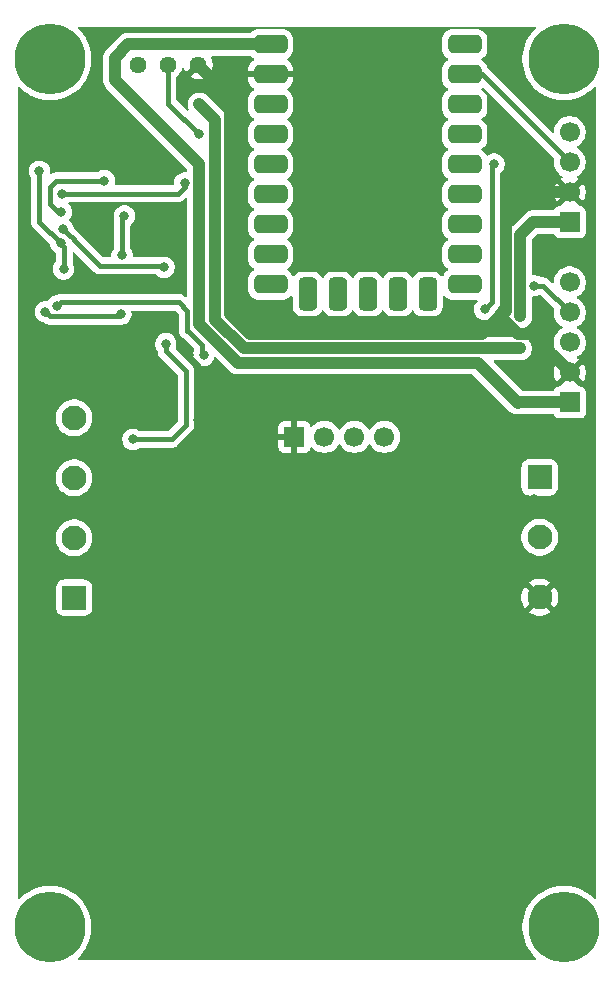
<source format=gbl>
%TF.GenerationSoftware,KiCad,Pcbnew,9.0.2-rc1*%
%TF.CreationDate,2025-04-26T18:26:20-04:00*%
%TF.ProjectId,moonclock,6d6f6f6e-636c-46f6-936b-2e6b69636164,rev?*%
%TF.SameCoordinates,PX7088980PY3920060*%
%TF.FileFunction,Copper,L2,Bot*%
%TF.FilePolarity,Positive*%
%FSLAX46Y46*%
G04 Gerber Fmt 4.6, Leading zero omitted, Abs format (unit mm)*
G04 Created by KiCad (PCBNEW 9.0.2-rc1) date 2025-04-26 18:26:20*
%MOMM*%
%LPD*%
G01*
G04 APERTURE LIST*
G04 Aperture macros list*
%AMRoundRect*
0 Rectangle with rounded corners*
0 $1 Rounding radius*
0 $2 $3 $4 $5 $6 $7 $8 $9 X,Y pos of 4 corners*
0 Add a 4 corners polygon primitive as box body*
4,1,4,$2,$3,$4,$5,$6,$7,$8,$9,$2,$3,0*
0 Add four circle primitives for the rounded corners*
1,1,$1+$1,$2,$3*
1,1,$1+$1,$4,$5*
1,1,$1+$1,$6,$7*
1,1,$1+$1,$8,$9*
0 Add four rect primitives between the rounded corners*
20,1,$1+$1,$2,$3,$4,$5,0*
20,1,$1+$1,$4,$5,$6,$7,0*
20,1,$1+$1,$6,$7,$8,$9,0*
20,1,$1+$1,$8,$9,$2,$3,0*%
G04 Aperture macros list end*
%TA.AperFunction,ComponentPad*%
%ADD10RoundRect,0.250001X0.799999X-0.799999X0.799999X0.799999X-0.799999X0.799999X-0.799999X-0.799999X0*%
%TD*%
%TA.AperFunction,ComponentPad*%
%ADD11C,2.100000*%
%TD*%
%TA.AperFunction,ComponentPad*%
%ADD12R,1.700000X1.700000*%
%TD*%
%TA.AperFunction,ComponentPad*%
%ADD13C,1.700000*%
%TD*%
%TA.AperFunction,ComponentPad*%
%ADD14C,1.440000*%
%TD*%
%TA.AperFunction,ComponentPad*%
%ADD15RoundRect,0.250001X-0.799999X0.799999X-0.799999X-0.799999X0.799999X-0.799999X0.799999X0.799999X0*%
%TD*%
%TA.AperFunction,ComponentPad*%
%ADD16RoundRect,0.400000X-1.000000X-0.400000X1.000000X-0.400000X1.000000X0.400000X-1.000000X0.400000X0*%
%TD*%
%TA.AperFunction,ComponentPad*%
%ADD17RoundRect,0.400050X-0.999950X-0.400050X0.999950X-0.400050X0.999950X0.400050X-0.999950X0.400050X0*%
%TD*%
%TA.AperFunction,ComponentPad*%
%ADD18RoundRect,0.400000X-0.400000X-1.000000X0.400000X-1.000000X0.400000X1.000000X-0.400000X1.000000X0*%
%TD*%
%TA.AperFunction,ComponentPad*%
%ADD19RoundRect,0.393700X-0.393700X-1.006300X0.393700X-1.006300X0.393700X1.006300X-0.393700X1.006300X0*%
%TD*%
%TA.AperFunction,ViaPad*%
%ADD20C,6.000000*%
%TD*%
%TA.AperFunction,ViaPad*%
%ADD21C,0.800000*%
%TD*%
%TA.AperFunction,Conductor*%
%ADD22C,0.400000*%
%TD*%
%TA.AperFunction,Conductor*%
%ADD23C,1.000000*%
%TD*%
G04 APERTURE END LIST*
D10*
%TO.P,J2,1,Pin_1*%
%TO.N,/M1+*%
X5292500Y-48870000D03*
D11*
%TO.P,J2,2,Pin_2*%
%TO.N,/M1-*%
X5292500Y-43790000D03*
%TO.P,J2,3,Pin_3*%
%TO.N,/M2+*%
X5292500Y-38710000D03*
%TO.P,J2,4,Pin_4*%
%TO.N,/M2-*%
X5292500Y-33630000D03*
%TD*%
D12*
%TO.P,J4,1,Pin_1*%
%TO.N,GND*%
X23940000Y-35250000D03*
D13*
%TO.P,J4,2,Pin_2*%
%TO.N,+3.3V*%
X26480000Y-35250000D03*
%TO.P,J4,3,Pin_3*%
%TO.N,I2C1_SDA*%
X29020000Y-35250000D03*
%TO.P,J4,4,Pin_4*%
%TO.N,I2C1_SCL*%
X31560000Y-35250000D03*
%TD*%
D14*
%TO.P,R1,1,1*%
%TO.N,+3.3V*%
X10710000Y-3755000D03*
%TO.P,R1,2,2*%
%TO.N,/CAL*%
X13250000Y-3755000D03*
%TO.P,R1,3,3*%
%TO.N,GND*%
X15790000Y-3755000D03*
%TD*%
D12*
%TO.P,J1,1,Pin_1*%
%TO.N,+5V*%
X47250000Y-32330000D03*
D13*
%TO.P,J1,2,Pin_2*%
%TO.N,GND*%
X47250000Y-29790000D03*
%TO.P,J1,3,Pin_3*%
%TO.N,DISP_MOSI*%
X47250000Y-27250000D03*
%TO.P,J1,4,Pin_4*%
%TO.N,DISP_CS*%
X47250000Y-24710000D03*
%TO.P,J1,5,Pin_5*%
%TO.N,DISP_SCK*%
X47250000Y-22170000D03*
%TD*%
D15*
%TO.P,J3,1,Pin_1*%
%TO.N,LEFT_BUT*%
X44707500Y-38665000D03*
D11*
%TO.P,J3,2,Pin_2*%
%TO.N,RIGHT_BUT*%
X44707500Y-43745000D03*
%TO.P,J3,3,Pin_3*%
%TO.N,GND*%
X44707500Y-48825000D03*
%TD*%
D16*
%TO.P,U1,1,GP0*%
%TO.N,GPS_RX*%
X38365000Y-2015000D03*
%TO.P,U1,2,GP1*%
%TO.N,GPS_TX*%
X38365000Y-4555000D03*
%TO.P,U1,3,GP2*%
%TO.N,DISP_SCK*%
X38365000Y-7095000D03*
%TO.P,U1,4,GP3*%
%TO.N,DISP_MOSI*%
X38365000Y-9635000D03*
%TO.P,U1,5,GP4*%
%TO.N,RIGHT_BUT*%
X38365000Y-12175000D03*
D17*
%TO.P,U1,6,GP5*%
%TO.N,DISP_CS*%
X38365000Y-14715000D03*
%TO.P,U1,7,GP6*%
%TO.N,unconnected-(U1-GP6-Pad7)*%
X38365000Y-17255000D03*
%TO.P,U1,8,GP7*%
%TO.N,unconnected-(U1-GP7-Pad8)*%
X38365000Y-19795000D03*
%TO.P,U1,9,GP8*%
%TO.N,LEFT_BUT*%
X38365000Y-22335000D03*
D18*
%TO.P,U1,10,GP9*%
%TO.N,unconnected-(U1-GP9-Pad10)*%
X35225000Y-23145000D03*
D19*
%TO.P,U1,11,GP10*%
%TO.N,I2C1_SDA*%
X32685000Y-23145000D03*
%TO.P,U1,12,GP11*%
%TO.N,I2C1_SCL*%
X30145000Y-23145000D03*
%TO.P,U1,13,GP12*%
%TO.N,unconnected-(U1-GP12-Pad13)*%
X27605000Y-23145000D03*
%TO.P,U1,14,GP13*%
%TO.N,unconnected-(U1-GP13-Pad14)*%
X25065000Y-23145000D03*
D17*
%TO.P,U1,15,GP14*%
%TO.N,DAC_SCK*%
X21925000Y-22335000D03*
%TO.P,U1,16,GP15*%
%TO.N,DAC_MOSI*%
X21925000Y-19795000D03*
%TO.P,U1,17,GP26*%
%TO.N,DAC_CS*%
X21925000Y-17255000D03*
%TO.P,U1,18,GP27*%
%TO.N,DAC_LDAC*%
X21925000Y-14715000D03*
%TO.P,U1,19,GP28*%
%TO.N,unconnected-(U1-GP28-Pad19)*%
X21925000Y-12175000D03*
%TO.P,U1,20,GP29*%
%TO.N,/CAL*%
X21925000Y-9635000D03*
%TO.P,U1,21,3V3*%
%TO.N,+3.3V*%
X21925000Y-7095000D03*
%TO.P,U1,22,GND*%
%TO.N,GND*%
X21925000Y-4555000D03*
%TO.P,U1,23,5V*%
%TO.N,+5V*%
X21925000Y-2015000D03*
%TD*%
D12*
%TO.P,J5,1,Pin_1*%
%TO.N,+3.3V*%
X47250000Y-17060000D03*
D13*
%TO.P,J5,2,Pin_2*%
%TO.N,GND*%
X47250000Y-14520000D03*
%TO.P,J5,3,Pin_3*%
%TO.N,GPS_TX*%
X47250000Y-11980000D03*
%TO.P,J5,4,Pin_4*%
%TO.N,GPS_RX*%
X47250000Y-9440000D03*
%TD*%
D20*
%TO.N,*%
X46750000Y-3250000D03*
X3250000Y-3250000D03*
X46750000Y-76750000D03*
X3250000Y-76750000D03*
D21*
%TO.N,GND*%
X42250000Y-1250000D03*
X10250000Y-40750000D03*
X17250000Y-35250000D03*
X7000000Y-1250000D03*
X18250000Y-41500000D03*
X44000000Y-69750000D03*
X40250000Y-57500000D03*
X44500000Y-28750000D03*
X25000000Y-31500000D03*
X23850000Y-26550000D03*
X30500000Y-59000000D03*
X33250000Y-46750000D03*
X46000000Y-46500000D03*
X11250000Y-75750000D03*
X48500000Y-19250000D03*
X37150000Y-26550000D03*
X38500000Y-30500000D03*
X48750000Y-34750000D03*
X18450000Y-11650000D03*
X26500000Y-77000000D03*
X18750000Y-54750000D03*
X3250000Y-41250000D03*
X25250000Y-19750000D03*
X24250000Y-72250000D03*
X7000000Y-46250000D03*
X44250000Y-40500000D03*
X14987500Y-28287500D03*
X8750000Y-11650000D03*
X26000000Y-46250000D03*
X13150000Y-11650000D03*
X7000000Y-36250000D03*
X21650000Y-26550000D03*
X34750000Y-75000000D03*
X6500000Y-6000000D03*
X15750000Y-33850000D03*
X4000000Y-61750000D03*
X33750000Y-10750000D03*
X48750000Y-7250000D03*
X3000000Y-36250000D03*
X33750000Y-3250000D03*
X14250000Y-66750000D03*
X28750000Y-7750000D03*
X1500000Y-7250000D03*
X34250000Y-17250000D03*
%TO.N,+3.3V*%
X43050000Y-27750000D03*
X4210000Y-16210000D03*
X7850000Y-13550000D03*
X26450000Y-27750000D03*
X43051000Y-23250000D03*
X15895000Y-7095000D03*
%TO.N,VREF_2048*%
X4395000Y-21050000D03*
X2350000Y-12750000D03*
X4150000Y-18850000D03*
%TO.N,DISP_CS*%
X44250000Y-22450000D03*
%TO.N,/M2+*%
X13050000Y-27350000D03*
X10250000Y-35450000D03*
%TO.N,RIGHT_BUT*%
X40850000Y-12150000D03*
X40050000Y-24450000D03*
%TO.N,Net-(JP2-B)*%
X2850000Y-24650000D03*
X9250000Y-24850000D03*
%TO.N,/CAL*%
X15865000Y-9635000D03*
%TO.N,/M1_DAC*%
X16250000Y-28350000D03*
X3850000Y-24150000D03*
%TO.N,/M2_DAC*%
X12905964Y-20894036D03*
X4350000Y-17650000D03*
%TO.N,DAC_CS*%
X9550000Y-16550000D03*
X9350000Y-19850000D03*
%TO.N,DAC_LDAC*%
X14650000Y-13750000D03*
X4250000Y-14650000D03*
%TD*%
D22*
%TO.N,/M1_DAC*%
X14150000Y-23850000D02*
X4150000Y-23850000D01*
X14850000Y-24550000D02*
X14150000Y-23850000D01*
X14950000Y-26250000D02*
X14850000Y-26250000D01*
X16150000Y-27450000D02*
X14950000Y-26250000D01*
X16150000Y-28250000D02*
X16150000Y-27450000D01*
X16250000Y-28350000D02*
X16150000Y-28250000D01*
X14850000Y-26250000D02*
X14850000Y-24550000D01*
X4150000Y-23850000D02*
X3850000Y-24150000D01*
%TO.N,+3.3V*%
X3910000Y-16210000D02*
X4210000Y-16210000D01*
X3250000Y-15550000D02*
X3910000Y-16210000D01*
X3250000Y-14050000D02*
X3250000Y-15550000D01*
X3750000Y-13550000D02*
X3250000Y-14050000D01*
X7850000Y-13550000D02*
X3750000Y-13550000D01*
%TO.N,/M2_DAC*%
X4749000Y-18049000D02*
X4350000Y-17650000D01*
X4781786Y-18049000D02*
X4749000Y-18049000D01*
X5251000Y-18551000D02*
X5251000Y-18518214D01*
X7449000Y-20749000D02*
X5251000Y-18551000D01*
X12760929Y-20749000D02*
X7449000Y-20749000D01*
X12905964Y-20894036D02*
X12760929Y-20749000D01*
X5251000Y-18518214D02*
X4781786Y-18049000D01*
D23*
%TO.N,GND*%
X47250000Y-29790000D02*
X44009000Y-26549000D01*
X18450000Y-11650000D02*
X18450000Y-24850000D01*
D22*
X14950000Y-28350000D02*
X14987500Y-28312500D01*
D23*
X44009000Y-26549000D02*
X42849000Y-26549000D01*
X41350000Y-25050000D02*
X41850000Y-24550000D01*
X8750000Y-11650000D02*
X9450000Y-12350000D01*
X13150000Y-11650000D02*
X12850000Y-11950000D01*
X41850000Y-24550000D02*
X41850000Y-15750000D01*
X39850000Y-26550000D02*
X41350000Y-25050000D01*
X18450000Y-24850000D02*
X20150000Y-26550000D01*
X23850000Y-26550000D02*
X39850000Y-26550000D01*
D22*
X15750000Y-33850000D02*
X15750000Y-29150000D01*
D23*
X12450000Y-12350000D02*
X13150000Y-11650000D01*
X43080000Y-14520000D02*
X47250000Y-14520000D01*
X9450000Y-12350000D02*
X12450000Y-12350000D01*
X20150000Y-26550000D02*
X21650000Y-26550000D01*
D22*
X15750000Y-29150000D02*
X14950000Y-28350000D01*
D23*
X42849000Y-26549000D02*
X41350000Y-25050000D01*
X21650000Y-26550000D02*
X23850000Y-26550000D01*
X15790000Y-3755000D02*
X18450000Y-6415000D01*
X41850000Y-15750000D02*
X43080000Y-14520000D01*
X18450000Y-6415000D02*
X18450000Y-11650000D01*
D22*
X14987500Y-28312500D02*
X14987500Y-28287500D01*
D23*
%TO.N,+3.3V*%
X44150000Y-17050000D02*
X44160000Y-17060000D01*
X44160000Y-17060000D02*
X47250000Y-17060000D01*
X17249000Y-8449000D02*
X17249001Y-25347471D01*
X15895000Y-7095000D02*
X17249000Y-8449000D01*
X19651530Y-27750000D02*
X26450000Y-27750000D01*
X43051000Y-23250000D02*
X43051000Y-25047470D01*
X17249001Y-25347471D02*
X19651530Y-27750000D01*
X43051000Y-25047470D02*
X43051000Y-18149000D01*
X43051000Y-18149000D02*
X44150000Y-17050000D01*
X26450000Y-27750000D02*
X43050000Y-27750000D01*
D22*
%TO.N,VREF_2048*%
X4450000Y-20995000D02*
X4395000Y-21050000D01*
X4150000Y-18850000D02*
X2350000Y-17050000D01*
X4450000Y-19150000D02*
X4450000Y-20995000D01*
X2350000Y-17050000D02*
X2350000Y-12750000D01*
X4150000Y-18850000D02*
X4450000Y-19150000D01*
%TO.N,DISP_CS*%
X44250000Y-22450000D02*
X44990000Y-22450000D01*
X44990000Y-22450000D02*
X47250000Y-24710000D01*
D23*
%TO.N,+5V*%
X19153060Y-28950000D02*
X39450000Y-28950000D01*
X15850000Y-25646940D02*
X19153060Y-28950000D01*
X42870000Y-32330000D02*
X47250000Y-32330000D01*
X8750000Y-3150000D02*
X8750000Y-5050000D01*
X42850000Y-32350000D02*
X42870000Y-32330000D01*
X9885000Y-2015000D02*
X8750000Y-3150000D01*
X22525000Y-2015000D02*
X9885000Y-2015000D01*
X8750000Y-5050000D02*
X15850000Y-12150000D01*
X39450000Y-28950000D02*
X42850000Y-32350000D01*
X15850000Y-12150000D02*
X15850000Y-25646940D01*
D22*
%TO.N,/M2+*%
X14750000Y-29650000D02*
X14750000Y-34250000D01*
X13050000Y-27350000D02*
X13050000Y-27950000D01*
X14750000Y-34250000D02*
X13550000Y-35450000D01*
X13550000Y-35450000D02*
X10250000Y-35450000D01*
X13050000Y-27950000D02*
X14750000Y-29650000D01*
%TO.N,RIGHT_BUT*%
X40850000Y-12150000D02*
X40650000Y-12350000D01*
X40650000Y-12350000D02*
X40650000Y-23850000D01*
X40650000Y-23850000D02*
X40050000Y-24450000D01*
%TO.N,GPS_TX*%
X39825000Y-4555000D02*
X37765000Y-4555000D01*
X47250000Y-11980000D02*
X39825000Y-4555000D01*
%TO.N,Net-(JP2-B)*%
X9250000Y-24850000D02*
X9050000Y-25050000D01*
X9050000Y-25050000D02*
X3250000Y-25050000D01*
X3250000Y-25050000D02*
X2850000Y-24650000D01*
%TO.N,/CAL*%
X15865000Y-9635000D02*
X13250000Y-7020000D01*
X13250000Y-7020000D02*
X13250000Y-3755000D01*
%TO.N,DAC_CS*%
X9350000Y-16750000D02*
X9550000Y-16550000D01*
X9350000Y-19850000D02*
X9350000Y-16750000D01*
%TO.N,DAC_LDAC*%
X14050000Y-14650000D02*
X14650000Y-14050000D01*
X4250000Y-14650000D02*
X14050000Y-14650000D01*
X14650000Y-14050000D02*
X14650000Y-13750000D01*
%TD*%
%TA.AperFunction,Conductor*%
%TO.N,GND*%
G36*
X20263465Y-3034407D02*
G01*
X20282208Y-3052193D01*
X20284758Y-3055342D01*
X20284763Y-3055346D01*
X20431868Y-3174471D01*
X20431870Y-3174472D01*
X20431874Y-3174475D01*
X20476220Y-3197070D01*
X20519484Y-3240333D01*
X20529056Y-3300765D01*
X20501280Y-3355281D01*
X20476222Y-3373488D01*
X20432146Y-3395946D01*
X20285118Y-3515008D01*
X20285108Y-3515018D01*
X20166047Y-3662045D01*
X20080151Y-3830625D01*
X20031183Y-4013379D01*
X20025000Y-4091958D01*
X20025000Y-4304999D01*
X20025001Y-4305000D01*
X22209314Y-4305000D01*
X22204920Y-4309394D01*
X22152259Y-4400606D01*
X22125000Y-4502339D01*
X22125000Y-4607661D01*
X22152259Y-4709394D01*
X22204920Y-4800606D01*
X22209314Y-4805000D01*
X20025001Y-4805000D01*
X20025000Y-4805001D01*
X20025000Y-5018041D01*
X20031183Y-5096620D01*
X20080151Y-5279374D01*
X20166047Y-5447954D01*
X20285108Y-5594981D01*
X20285118Y-5594991D01*
X20432145Y-5714052D01*
X20476220Y-5736510D01*
X20519485Y-5779775D01*
X20529056Y-5840207D01*
X20501278Y-5894724D01*
X20476220Y-5912930D01*
X20431870Y-5935527D01*
X20431868Y-5935528D01*
X20284763Y-6054653D01*
X20284753Y-6054663D01*
X20165628Y-6201768D01*
X20165627Y-6201770D01*
X20079683Y-6370445D01*
X20030687Y-6553301D01*
X20024500Y-6631931D01*
X20024500Y-7558068D01*
X20030687Y-7636698D01*
X20079665Y-7819488D01*
X20079684Y-7819556D01*
X20165588Y-7988154D01*
X20165627Y-7988229D01*
X20165628Y-7988231D01*
X20284689Y-8135257D01*
X20284758Y-8135342D01*
X20284763Y-8135346D01*
X20431868Y-8254471D01*
X20431877Y-8254477D01*
X20475670Y-8276791D01*
X20518935Y-8320055D01*
X20528506Y-8380487D01*
X20500728Y-8435004D01*
X20475670Y-8453209D01*
X20431877Y-8475522D01*
X20431868Y-8475528D01*
X20284763Y-8594653D01*
X20284753Y-8594663D01*
X20165628Y-8741768D01*
X20165627Y-8741770D01*
X20079683Y-8910445D01*
X20030687Y-9093301D01*
X20024500Y-9171931D01*
X20024500Y-10098068D01*
X20030687Y-10176698D01*
X20079665Y-10359488D01*
X20079684Y-10359556D01*
X20165588Y-10528154D01*
X20165627Y-10528229D01*
X20165628Y-10528231D01*
X20284684Y-10675251D01*
X20284758Y-10675342D01*
X20284763Y-10675346D01*
X20431868Y-10794471D01*
X20431877Y-10794477D01*
X20475670Y-10816791D01*
X20518935Y-10860055D01*
X20528506Y-10920487D01*
X20500728Y-10975004D01*
X20475670Y-10993209D01*
X20431877Y-11015522D01*
X20431868Y-11015528D01*
X20284763Y-11134653D01*
X20284753Y-11134663D01*
X20165628Y-11281768D01*
X20165627Y-11281770D01*
X20079683Y-11450445D01*
X20030687Y-11633301D01*
X20024500Y-11711931D01*
X20024500Y-12638068D01*
X20030687Y-12716698D01*
X20030687Y-12716701D01*
X20030688Y-12716703D01*
X20040143Y-12751990D01*
X20079665Y-12899488D01*
X20079684Y-12899556D01*
X20165588Y-13068154D01*
X20165627Y-13068229D01*
X20165628Y-13068231D01*
X20284684Y-13215251D01*
X20284758Y-13215342D01*
X20284763Y-13215346D01*
X20431868Y-13334471D01*
X20431877Y-13334477D01*
X20475670Y-13356791D01*
X20518935Y-13400055D01*
X20528506Y-13460487D01*
X20500728Y-13515004D01*
X20475670Y-13533209D01*
X20431877Y-13555522D01*
X20431868Y-13555528D01*
X20284763Y-13674653D01*
X20284753Y-13674663D01*
X20165628Y-13821768D01*
X20165627Y-13821770D01*
X20079683Y-13990445D01*
X20030687Y-14173301D01*
X20024500Y-14251931D01*
X20024500Y-15178068D01*
X20030687Y-15256698D01*
X20030687Y-15256701D01*
X20030688Y-15256703D01*
X20048608Y-15323579D01*
X20079683Y-15439554D01*
X20165627Y-15608229D01*
X20165628Y-15608231D01*
X20282041Y-15751987D01*
X20284758Y-15755342D01*
X20284763Y-15755346D01*
X20431868Y-15874471D01*
X20431877Y-15874477D01*
X20475670Y-15896791D01*
X20518935Y-15940055D01*
X20528506Y-16000487D01*
X20500728Y-16055004D01*
X20475670Y-16073209D01*
X20431877Y-16095522D01*
X20431868Y-16095528D01*
X20284763Y-16214653D01*
X20284753Y-16214663D01*
X20165628Y-16361768D01*
X20165627Y-16361770D01*
X20079683Y-16530445D01*
X20030687Y-16713301D01*
X20024500Y-16791931D01*
X20024500Y-17718068D01*
X20030687Y-17796698D01*
X20030687Y-17796701D01*
X20030688Y-17796703D01*
X20079684Y-17979556D01*
X20130560Y-18079407D01*
X20165627Y-18148229D01*
X20165628Y-18148231D01*
X20284753Y-18295336D01*
X20284758Y-18295342D01*
X20284763Y-18295346D01*
X20431868Y-18414471D01*
X20431877Y-18414477D01*
X20475670Y-18436791D01*
X20518935Y-18480055D01*
X20528506Y-18540487D01*
X20500728Y-18595004D01*
X20475670Y-18613209D01*
X20431877Y-18635522D01*
X20431868Y-18635528D01*
X20284763Y-18754653D01*
X20284753Y-18754663D01*
X20165628Y-18901768D01*
X20165627Y-18901770D01*
X20079683Y-19070445D01*
X20030687Y-19253301D01*
X20024500Y-19331931D01*
X20024500Y-20258068D01*
X20030687Y-20336698D01*
X20068003Y-20475965D01*
X20079684Y-20519556D01*
X20132622Y-20623454D01*
X20165627Y-20688229D01*
X20165628Y-20688231D01*
X20271929Y-20819500D01*
X20284758Y-20835342D01*
X20284763Y-20835346D01*
X20431868Y-20954471D01*
X20431877Y-20954477D01*
X20475670Y-20976791D01*
X20518935Y-21020055D01*
X20528506Y-21080487D01*
X20500728Y-21135004D01*
X20475670Y-21153209D01*
X20431877Y-21175522D01*
X20431868Y-21175528D01*
X20284763Y-21294653D01*
X20284753Y-21294663D01*
X20165628Y-21441768D01*
X20165627Y-21441770D01*
X20079683Y-21610445D01*
X20030687Y-21793301D01*
X20024500Y-21871931D01*
X20024500Y-22798068D01*
X20030687Y-22876698D01*
X20030687Y-22876701D01*
X20030688Y-22876703D01*
X20030987Y-22877819D01*
X20077067Y-23049792D01*
X20079684Y-23059556D01*
X20151298Y-23200108D01*
X20165627Y-23228229D01*
X20165628Y-23228231D01*
X20265845Y-23351987D01*
X20284758Y-23375342D01*
X20284763Y-23375346D01*
X20431868Y-23494471D01*
X20431870Y-23494472D01*
X20431874Y-23494475D01*
X20600544Y-23580416D01*
X20783397Y-23629412D01*
X20862025Y-23635600D01*
X22987974Y-23635599D01*
X23066603Y-23629412D01*
X23249456Y-23580416D01*
X23418126Y-23494475D01*
X23565242Y-23375342D01*
X23601163Y-23330983D01*
X23652477Y-23297659D01*
X23713578Y-23300861D01*
X23761128Y-23339366D01*
X23777100Y-23393286D01*
X23777100Y-24213881D01*
X23783243Y-24291950D01*
X23830813Y-24469487D01*
X23831894Y-24473518D01*
X23915779Y-24638154D01*
X23917231Y-24641002D01*
X23917232Y-24641004D01*
X24035517Y-24787072D01*
X24035522Y-24787078D01*
X24035527Y-24787082D01*
X24181595Y-24905367D01*
X24181597Y-24905368D01*
X24181601Y-24905371D01*
X24349082Y-24990706D01*
X24530646Y-25039356D01*
X24608711Y-25045500D01*
X25521288Y-25045499D01*
X25599354Y-25039356D01*
X25780918Y-24990706D01*
X25948399Y-24905371D01*
X26094478Y-24787078D01*
X26212771Y-24640999D01*
X26246791Y-24574229D01*
X26290054Y-24530967D01*
X26350486Y-24521395D01*
X26405003Y-24549172D01*
X26423207Y-24574227D01*
X26455384Y-24637379D01*
X26457231Y-24641003D01*
X26457232Y-24641004D01*
X26575517Y-24787072D01*
X26575522Y-24787078D01*
X26575527Y-24787082D01*
X26721595Y-24905367D01*
X26721597Y-24905368D01*
X26721601Y-24905371D01*
X26889082Y-24990706D01*
X27070646Y-25039356D01*
X27148711Y-25045500D01*
X28061288Y-25045499D01*
X28139354Y-25039356D01*
X28320918Y-24990706D01*
X28488399Y-24905371D01*
X28634478Y-24787078D01*
X28752771Y-24640999D01*
X28786791Y-24574229D01*
X28830054Y-24530967D01*
X28890486Y-24521395D01*
X28945003Y-24549172D01*
X28963207Y-24574227D01*
X28995384Y-24637379D01*
X28997231Y-24641003D01*
X28997232Y-24641004D01*
X29115517Y-24787072D01*
X29115522Y-24787078D01*
X29115527Y-24787082D01*
X29261595Y-24905367D01*
X29261597Y-24905368D01*
X29261601Y-24905371D01*
X29429082Y-24990706D01*
X29610646Y-25039356D01*
X29688711Y-25045500D01*
X30601288Y-25045499D01*
X30679354Y-25039356D01*
X30860918Y-24990706D01*
X31028399Y-24905371D01*
X31174478Y-24787078D01*
X31292771Y-24640999D01*
X31326791Y-24574229D01*
X31370054Y-24530967D01*
X31430486Y-24521395D01*
X31485003Y-24549172D01*
X31503207Y-24574227D01*
X31535384Y-24637379D01*
X31537231Y-24641003D01*
X31537232Y-24641004D01*
X31655517Y-24787072D01*
X31655522Y-24787078D01*
X31655527Y-24787082D01*
X31801595Y-24905367D01*
X31801597Y-24905368D01*
X31801601Y-24905371D01*
X31969082Y-24990706D01*
X32150646Y-25039356D01*
X32228711Y-25045500D01*
X33141288Y-25045499D01*
X33219354Y-25039356D01*
X33400918Y-24990706D01*
X33568399Y-24905371D01*
X33714478Y-24787078D01*
X33832771Y-24640999D01*
X33861711Y-24584199D01*
X33904972Y-24540937D01*
X33965404Y-24531365D01*
X34019921Y-24559141D01*
X34038128Y-24584200D01*
X34065616Y-24638148D01*
X34065620Y-24638154D01*
X34147036Y-24738693D01*
X34184743Y-24785257D01*
X34184748Y-24785261D01*
X34331845Y-24904379D01*
X34331847Y-24904380D01*
X34331851Y-24904383D01*
X34500512Y-24990320D01*
X34683355Y-25039312D01*
X34761979Y-25045500D01*
X35688020Y-25045499D01*
X35766645Y-25039312D01*
X35949488Y-24990320D01*
X36118149Y-24904383D01*
X36265257Y-24785257D01*
X36384383Y-24638149D01*
X36470320Y-24469488D01*
X36519312Y-24286645D01*
X36525500Y-24208021D01*
X36525499Y-23408844D01*
X36544406Y-23350654D01*
X36593906Y-23314690D01*
X36655092Y-23314690D01*
X36701436Y-23346542D01*
X36724758Y-23375342D01*
X36724763Y-23375346D01*
X36871868Y-23494471D01*
X36871870Y-23494472D01*
X36871874Y-23494475D01*
X37040544Y-23580416D01*
X37223397Y-23629412D01*
X37302025Y-23635600D01*
X39351893Y-23635599D01*
X39410084Y-23654506D01*
X39446048Y-23704006D01*
X39446048Y-23765192D01*
X39421897Y-23804602D01*
X39350537Y-23875962D01*
X39251985Y-24023454D01*
X39251985Y-24023455D01*
X39184106Y-24187332D01*
X39184106Y-24187334D01*
X39149500Y-24361306D01*
X39149500Y-24538693D01*
X39184106Y-24712665D01*
X39184106Y-24712667D01*
X39251985Y-24876544D01*
X39251985Y-24876545D01*
X39328008Y-24990320D01*
X39350536Y-25024035D01*
X39475965Y-25149464D01*
X39623453Y-25248013D01*
X39787334Y-25315894D01*
X39961309Y-25350500D01*
X39961310Y-25350500D01*
X40138690Y-25350500D01*
X40138691Y-25350500D01*
X40312666Y-25315894D01*
X40476547Y-25248013D01*
X40624035Y-25149464D01*
X40749464Y-25024035D01*
X40848013Y-24876547D01*
X40915894Y-24712666D01*
X40944276Y-24569973D01*
X40971369Y-24519286D01*
X41194114Y-24296543D01*
X41270775Y-24181811D01*
X41323580Y-24054329D01*
X41339077Y-23976420D01*
X41350500Y-23918993D01*
X41350500Y-12951515D01*
X41369407Y-12893324D01*
X41394499Y-12869199D01*
X41424035Y-12849464D01*
X41549464Y-12724035D01*
X41648013Y-12576547D01*
X41715894Y-12412666D01*
X41750500Y-12238691D01*
X41750500Y-12061309D01*
X41715894Y-11887334D01*
X41648014Y-11723455D01*
X41648014Y-11723454D01*
X41549464Y-11575965D01*
X41424034Y-11450535D01*
X41276544Y-11351985D01*
X41112666Y-11284106D01*
X40938693Y-11249500D01*
X40938691Y-11249500D01*
X40761309Y-11249500D01*
X40761306Y-11249500D01*
X40587334Y-11284106D01*
X40587332Y-11284106D01*
X40423456Y-11351985D01*
X40319634Y-11421357D01*
X40260746Y-11437965D01*
X40203343Y-11416787D01*
X40176423Y-11383986D01*
X40160119Y-11351987D01*
X40124383Y-11281851D01*
X40124380Y-11281847D01*
X40124379Y-11281845D01*
X40005261Y-11134748D01*
X40005257Y-11134743D01*
X40003820Y-11133579D01*
X39858154Y-11015620D01*
X39858149Y-11015617D01*
X39857963Y-11015522D01*
X39814171Y-10993209D01*
X39770907Y-10949946D01*
X39761335Y-10889514D01*
X39789112Y-10834997D01*
X39814170Y-10816791D01*
X39858149Y-10794383D01*
X40005257Y-10675257D01*
X40124383Y-10528149D01*
X40210320Y-10359488D01*
X40259312Y-10176645D01*
X40265500Y-10098021D01*
X40265499Y-9171980D01*
X40259312Y-9093355D01*
X40210320Y-8910512D01*
X40124383Y-8741851D01*
X40124380Y-8741847D01*
X40124379Y-8741845D01*
X40005261Y-8594748D01*
X40005257Y-8594743D01*
X40005146Y-8594653D01*
X39858154Y-8475620D01*
X39858149Y-8475617D01*
X39857963Y-8475522D01*
X39814171Y-8453209D01*
X39770907Y-8409946D01*
X39761335Y-8349514D01*
X39789112Y-8294997D01*
X39814170Y-8276791D01*
X39858149Y-8254383D01*
X40005257Y-8135257D01*
X40124383Y-7988149D01*
X40210320Y-7819488D01*
X40259312Y-7636645D01*
X40265500Y-7558021D01*
X40265499Y-6631980D01*
X40259312Y-6553355D01*
X40210320Y-6370512D01*
X40124383Y-6201851D01*
X40124380Y-6201847D01*
X40124379Y-6201845D01*
X40005261Y-6054748D01*
X40005257Y-6054743D01*
X40005146Y-6054653D01*
X39858154Y-5935620D01*
X39858149Y-5935617D01*
X39857968Y-5935525D01*
X39814171Y-5913209D01*
X39804715Y-5903754D01*
X39792525Y-5898257D01*
X39783613Y-5882652D01*
X39770907Y-5869946D01*
X39768814Y-5856738D01*
X39762183Y-5845125D01*
X39764145Y-5827260D01*
X39761335Y-5809514D01*
X39767405Y-5797600D01*
X39768866Y-5784306D01*
X39780275Y-5772339D01*
X39789112Y-5754997D01*
X39810022Y-5739031D01*
X39812070Y-5737860D01*
X39858149Y-5714383D01*
X39870027Y-5704763D01*
X39876995Y-5700785D01*
X39899468Y-5696118D01*
X39920900Y-5687890D01*
X39928846Y-5690018D01*
X39936903Y-5688346D01*
X39957831Y-5697783D01*
X39980002Y-5703722D01*
X39991314Y-5712881D01*
X39992680Y-5713497D01*
X39993200Y-5714407D01*
X39996093Y-5716750D01*
X45898500Y-11619157D01*
X45926277Y-11673674D01*
X45926277Y-11704648D01*
X45899500Y-11873709D01*
X45899500Y-12086290D01*
X45932752Y-12296238D01*
X45998443Y-12498412D01*
X46094948Y-12687815D01*
X46094950Y-12687819D01*
X46219891Y-12859786D01*
X46219893Y-12859788D01*
X46219896Y-12859792D01*
X46370208Y-13010104D01*
X46370211Y-13010106D01*
X46370213Y-13010108D01*
X46542180Y-13135049D01*
X46542189Y-13135054D01*
X46595212Y-13162070D01*
X46638477Y-13205334D01*
X46648049Y-13265766D01*
X46620272Y-13320283D01*
X46595214Y-13338489D01*
X46542451Y-13365373D01*
X46542442Y-13365378D01*
X46488282Y-13404728D01*
X47120591Y-14037037D01*
X47057007Y-14054075D01*
X46942993Y-14119901D01*
X46849901Y-14212993D01*
X46784075Y-14327007D01*
X46767037Y-14390591D01*
X46134728Y-13758282D01*
X46095378Y-13812442D01*
X46095376Y-13812446D01*
X45998904Y-14001784D01*
X45933240Y-14203878D01*
X45900000Y-14413749D01*
X45900000Y-14626250D01*
X45933240Y-14836121D01*
X45998904Y-15038215D01*
X46095376Y-15227553D01*
X46095380Y-15227559D01*
X46134728Y-15281716D01*
X46134729Y-15281716D01*
X46767037Y-14649407D01*
X46784075Y-14712993D01*
X46849901Y-14827007D01*
X46942993Y-14920099D01*
X47057007Y-14985925D01*
X47120589Y-15002962D01*
X46474632Y-15648918D01*
X46471437Y-15662228D01*
X46424911Y-15701964D01*
X46387029Y-15709500D01*
X46352132Y-15709500D01*
X46352129Y-15709500D01*
X46352128Y-15709501D01*
X46344949Y-15710272D01*
X46292519Y-15715908D01*
X46292514Y-15715909D01*
X46157670Y-15766202D01*
X46042458Y-15852450D01*
X46042450Y-15852458D01*
X45956204Y-15967667D01*
X45956203Y-15967669D01*
X45945974Y-15995096D01*
X45907924Y-16043011D01*
X45853216Y-16059500D01*
X44308566Y-16059500D01*
X44289253Y-16057598D01*
X44278753Y-16055509D01*
X44248542Y-16049500D01*
X44248540Y-16049500D01*
X44051460Y-16049500D01*
X44051457Y-16049500D01*
X43858166Y-16087947D01*
X43676086Y-16163367D01*
X43512222Y-16272857D01*
X42413220Y-17371859D01*
X42273864Y-17511214D01*
X42273861Y-17511218D01*
X42164367Y-17675086D01*
X42133131Y-17750500D01*
X42133131Y-17750501D01*
X42091711Y-17850494D01*
X42091712Y-17850495D01*
X42088949Y-17857164D01*
X42088948Y-17857168D01*
X42050500Y-18050456D01*
X42050500Y-25146013D01*
X42088949Y-25339304D01*
X42088949Y-25339306D01*
X42164367Y-25521383D01*
X42210073Y-25589786D01*
X42273861Y-25685252D01*
X42413218Y-25824609D01*
X42577086Y-25934102D01*
X42759165Y-26009521D01*
X42952459Y-26047970D01*
X42952460Y-26047970D01*
X43149540Y-26047970D01*
X43149541Y-26047970D01*
X43342835Y-26009521D01*
X43524914Y-25934102D01*
X43688782Y-25824609D01*
X43828139Y-25685252D01*
X43937632Y-25521384D01*
X44013051Y-25339305D01*
X44051500Y-25146011D01*
X44051500Y-23448914D01*
X44070407Y-23390723D01*
X44119907Y-23354759D01*
X44156445Y-23350799D01*
X44156445Y-23350500D01*
X44159205Y-23350500D01*
X44160211Y-23350391D01*
X44161301Y-23350498D01*
X44161309Y-23350500D01*
X44161317Y-23350500D01*
X44338690Y-23350500D01*
X44338691Y-23350500D01*
X44512666Y-23315894D01*
X44676547Y-23248013D01*
X44681405Y-23244766D01*
X44740287Y-23228153D01*
X44797693Y-23249323D01*
X44806416Y-23257073D01*
X45898500Y-24349157D01*
X45926277Y-24403674D01*
X45926277Y-24434648D01*
X45899500Y-24603709D01*
X45899500Y-24816290D01*
X45932752Y-25026238D01*
X45998443Y-25228412D01*
X46094948Y-25417815D01*
X46094950Y-25417819D01*
X46219891Y-25589786D01*
X46219893Y-25589788D01*
X46219896Y-25589792D01*
X46370208Y-25740104D01*
X46370211Y-25740106D01*
X46370213Y-25740108D01*
X46542180Y-25865049D01*
X46542184Y-25865051D01*
X46594662Y-25891790D01*
X46637927Y-25935055D01*
X46647498Y-25995487D01*
X46619720Y-26050004D01*
X46594662Y-26068210D01*
X46542184Y-26094948D01*
X46542180Y-26094950D01*
X46370213Y-26219891D01*
X46219891Y-26370213D01*
X46094950Y-26542180D01*
X46094948Y-26542184D01*
X45998443Y-26731587D01*
X45932752Y-26933761D01*
X45899500Y-27143709D01*
X45899500Y-27356290D01*
X45932752Y-27566238D01*
X45998443Y-27768412D01*
X46094948Y-27957815D01*
X46094950Y-27957819D01*
X46219891Y-28129786D01*
X46219893Y-28129788D01*
X46219896Y-28129792D01*
X46370208Y-28280104D01*
X46370211Y-28280106D01*
X46370213Y-28280108D01*
X46542180Y-28405049D01*
X46542189Y-28405054D01*
X46595212Y-28432070D01*
X46638477Y-28475334D01*
X46648049Y-28535766D01*
X46620272Y-28590283D01*
X46595214Y-28608489D01*
X46542451Y-28635373D01*
X46542442Y-28635378D01*
X46488282Y-28674728D01*
X47120591Y-29307037D01*
X47057007Y-29324075D01*
X46942993Y-29389901D01*
X46849901Y-29482993D01*
X46784075Y-29597007D01*
X46767037Y-29660591D01*
X46134728Y-29028282D01*
X46095378Y-29082442D01*
X46095376Y-29082446D01*
X45998904Y-29271784D01*
X45933240Y-29473878D01*
X45900000Y-29683749D01*
X45900000Y-29896250D01*
X45933240Y-30106121D01*
X45998904Y-30308215D01*
X46095376Y-30497553D01*
X46095380Y-30497559D01*
X46134728Y-30551716D01*
X46134729Y-30551716D01*
X46767037Y-29919407D01*
X46784075Y-29982993D01*
X46849901Y-30097007D01*
X46942993Y-30190099D01*
X47057007Y-30255925D01*
X47120589Y-30272962D01*
X46474632Y-30918918D01*
X46471437Y-30932228D01*
X46424911Y-30971964D01*
X46387029Y-30979500D01*
X46352132Y-30979500D01*
X46352129Y-30979500D01*
X46352128Y-30979501D01*
X46344949Y-30980272D01*
X46292519Y-30985908D01*
X46292514Y-30985909D01*
X46157670Y-31036202D01*
X46042458Y-31122450D01*
X46042450Y-31122458D01*
X45956204Y-31237667D01*
X45956203Y-31237669D01*
X45945974Y-31265096D01*
X45907924Y-31313011D01*
X45853216Y-31329500D01*
X43285428Y-31329500D01*
X43227237Y-31310593D01*
X43215424Y-31300504D01*
X40834424Y-28919504D01*
X40806647Y-28864987D01*
X40816218Y-28804555D01*
X40859483Y-28761290D01*
X40904428Y-28750500D01*
X43148540Y-28750500D01*
X43148541Y-28750500D01*
X43341835Y-28712051D01*
X43523914Y-28636632D01*
X43687782Y-28527139D01*
X43827139Y-28387782D01*
X43936632Y-28223914D01*
X44012051Y-28041835D01*
X44050500Y-27848541D01*
X44050500Y-27651459D01*
X44012051Y-27458165D01*
X43936632Y-27276086D01*
X43827139Y-27112218D01*
X43687782Y-26972861D01*
X43578288Y-26899699D01*
X43523913Y-26863367D01*
X43341835Y-26787949D01*
X43148543Y-26749500D01*
X43148541Y-26749500D01*
X26548541Y-26749500D01*
X20106958Y-26749500D01*
X20048767Y-26730593D01*
X20036954Y-26720504D01*
X18278496Y-24962046D01*
X18250719Y-24907529D01*
X18249500Y-24892042D01*
X18249500Y-8350460D01*
X18249499Y-8350456D01*
X18249311Y-8349513D01*
X18211051Y-8157165D01*
X18201976Y-8135257D01*
X18183023Y-8089500D01*
X18135632Y-7975086D01*
X18026139Y-7811218D01*
X18026134Y-7811213D01*
X18026131Y-7811209D01*
X17884298Y-7669377D01*
X17884297Y-7669377D01*
X17884296Y-7669376D01*
X17408460Y-7193540D01*
X16532781Y-6317861D01*
X16532777Y-6317858D01*
X16532774Y-6317855D01*
X16368926Y-6208375D01*
X16368912Y-6208368D01*
X16186839Y-6132950D01*
X16186833Y-6132948D01*
X15993542Y-6094500D01*
X15993540Y-6094500D01*
X15796460Y-6094500D01*
X15796457Y-6094500D01*
X15603166Y-6132948D01*
X15603160Y-6132950D01*
X15421087Y-6208368D01*
X15421073Y-6208375D01*
X15257225Y-6317855D01*
X15117855Y-6457225D01*
X15008375Y-6621073D01*
X15008368Y-6621087D01*
X14932950Y-6803160D01*
X14932948Y-6803166D01*
X14894500Y-6996457D01*
X14894500Y-7193542D01*
X14932948Y-7386833D01*
X14932950Y-7386839D01*
X14972617Y-7482602D01*
X14977418Y-7543599D01*
X14945449Y-7595768D01*
X14888921Y-7619183D01*
X14829426Y-7604900D01*
X14811149Y-7590492D01*
X13979496Y-6758839D01*
X13951719Y-6704322D01*
X13950500Y-6688835D01*
X13950500Y-4805120D01*
X13954652Y-4792339D01*
X13954031Y-4778917D01*
X13963426Y-4765334D01*
X13969407Y-4746929D01*
X13987665Y-4727806D01*
X13989450Y-4726378D01*
X14045102Y-4685945D01*
X14180945Y-4550102D01*
X14293865Y-4394681D01*
X14381082Y-4223509D01*
X14426108Y-4084931D01*
X14462072Y-4035432D01*
X14520263Y-4016524D01*
X14578453Y-4035431D01*
X14614417Y-4084931D01*
X14614418Y-4084931D01*
X14659382Y-4223317D01*
X14746561Y-4394416D01*
X14767797Y-4423646D01*
X15390000Y-3801444D01*
X15390000Y-3807661D01*
X15417259Y-3909394D01*
X15469920Y-4000606D01*
X15544394Y-4075080D01*
X15635606Y-4127741D01*
X15737339Y-4155000D01*
X15743553Y-4155000D01*
X15121352Y-4777201D01*
X15150577Y-4798435D01*
X15150581Y-4798437D01*
X15321682Y-4885617D01*
X15504320Y-4944960D01*
X15693981Y-4975000D01*
X15886019Y-4975000D01*
X16075679Y-4944960D01*
X16258317Y-4885617D01*
X16429412Y-4798440D01*
X16429420Y-4798435D01*
X16458646Y-4777201D01*
X15836445Y-4155000D01*
X15842661Y-4155000D01*
X15944394Y-4127741D01*
X16035606Y-4075080D01*
X16110080Y-4000606D01*
X16162741Y-3909394D01*
X16190000Y-3807661D01*
X16190000Y-3801445D01*
X16812201Y-4423646D01*
X16833435Y-4394420D01*
X16833440Y-4394412D01*
X16920617Y-4223317D01*
X16979960Y-4040679D01*
X17010000Y-3851019D01*
X17010000Y-3658980D01*
X16979960Y-3469320D01*
X16920617Y-3286682D01*
X16855787Y-3159445D01*
X16846216Y-3099013D01*
X16873993Y-3044496D01*
X16928510Y-3016719D01*
X16943997Y-3015500D01*
X20205274Y-3015500D01*
X20263465Y-3034407D01*
G37*
%TD.AperFunction*%
%TA.AperFunction,Conductor*%
G36*
X44368229Y-519407D02*
G01*
X44404193Y-568907D01*
X44404193Y-630093D01*
X44380043Y-669501D01*
X44239507Y-810038D01*
X44153167Y-896378D01*
X43934982Y-1162238D01*
X43743897Y-1448215D01*
X43581778Y-1751519D01*
X43581765Y-1751546D01*
X43450146Y-2069303D01*
X43350310Y-2398417D01*
X43283210Y-2735753D01*
X43249500Y-3078023D01*
X43249500Y-3421976D01*
X43283210Y-3764246D01*
X43350310Y-4101582D01*
X43450146Y-4430696D01*
X43581765Y-4748453D01*
X43581778Y-4748480D01*
X43743897Y-5051784D01*
X43808550Y-5148543D01*
X43934981Y-5337760D01*
X43938325Y-5341835D01*
X44143778Y-5592181D01*
X44153172Y-5603627D01*
X44396373Y-5846828D01*
X44662240Y-6065019D01*
X44763906Y-6132950D01*
X44948215Y-6256102D01*
X45162262Y-6370512D01*
X45251538Y-6418231D01*
X45569295Y-6549850D01*
X45569297Y-6549850D01*
X45569303Y-6549853D01*
X45898417Y-6649689D01*
X45898421Y-6649689D01*
X45898422Y-6649690D01*
X46235750Y-6716789D01*
X46273781Y-6720534D01*
X46578023Y-6750500D01*
X46578031Y-6750500D01*
X46921977Y-6750500D01*
X47150156Y-6728026D01*
X47264250Y-6716789D01*
X47601578Y-6649690D01*
X47601579Y-6649689D01*
X47601582Y-6649689D01*
X47930696Y-6549853D01*
X47930698Y-6549851D01*
X47930705Y-6549850D01*
X48248462Y-6418231D01*
X48436252Y-6317855D01*
X48551784Y-6256102D01*
X48551787Y-6256100D01*
X48837760Y-6065019D01*
X49103627Y-5846828D01*
X49330498Y-5619956D01*
X49385013Y-5592181D01*
X49445445Y-5601752D01*
X49488710Y-5645017D01*
X49499500Y-5689962D01*
X49499500Y-74310038D01*
X49480593Y-74368229D01*
X49431093Y-74404193D01*
X49369907Y-74404193D01*
X49330498Y-74380043D01*
X49103627Y-74153172D01*
X48837760Y-73934981D01*
X48766266Y-73887210D01*
X48551784Y-73743897D01*
X48248480Y-73581778D01*
X48248468Y-73581772D01*
X48248462Y-73581769D01*
X48248457Y-73581766D01*
X48248453Y-73581765D01*
X47930696Y-73450146D01*
X47601582Y-73350310D01*
X47330229Y-73296335D01*
X47264250Y-73283211D01*
X47264248Y-73283210D01*
X46921977Y-73249500D01*
X46921969Y-73249500D01*
X46578031Y-73249500D01*
X46578023Y-73249500D01*
X46235753Y-73283210D01*
X45898417Y-73350310D01*
X45569303Y-73450146D01*
X45251546Y-73581765D01*
X45251519Y-73581778D01*
X44948215Y-73743897D01*
X44662238Y-73934982D01*
X44396378Y-74153167D01*
X44153167Y-74396378D01*
X43934982Y-74662238D01*
X43743897Y-74948215D01*
X43581778Y-75251519D01*
X43581765Y-75251546D01*
X43450146Y-75569303D01*
X43350310Y-75898417D01*
X43283210Y-76235753D01*
X43249500Y-76578023D01*
X43249500Y-76921976D01*
X43283210Y-77264246D01*
X43350310Y-77601582D01*
X43450146Y-77930696D01*
X43581765Y-78248453D01*
X43581778Y-78248480D01*
X43743897Y-78551784D01*
X43934982Y-78837761D01*
X44143778Y-79092181D01*
X44153172Y-79103627D01*
X44380043Y-79330498D01*
X44407819Y-79385013D01*
X44398248Y-79445445D01*
X44354983Y-79488710D01*
X44310038Y-79499500D01*
X5689962Y-79499500D01*
X5631771Y-79480593D01*
X5595807Y-79431093D01*
X5595807Y-79369907D01*
X5619956Y-79330498D01*
X5846828Y-79103627D01*
X6065019Y-78837760D01*
X6256100Y-78551787D01*
X6418231Y-78248462D01*
X6549850Y-77930705D01*
X6649690Y-77601578D01*
X6716789Y-77264250D01*
X6729047Y-77139784D01*
X6750500Y-76921976D01*
X6750500Y-76578023D01*
X6716789Y-76235753D01*
X6716789Y-76235750D01*
X6649690Y-75898422D01*
X6649689Y-75898421D01*
X6649689Y-75898417D01*
X6549853Y-75569303D01*
X6418234Y-75251546D01*
X6418231Y-75251538D01*
X6418221Y-75251519D01*
X6256102Y-74948215D01*
X6160559Y-74805226D01*
X6065019Y-74662240D01*
X5846828Y-74396373D01*
X5603627Y-74153172D01*
X5337760Y-73934981D01*
X5266266Y-73887210D01*
X5051784Y-73743897D01*
X4748480Y-73581778D01*
X4748468Y-73581772D01*
X4748462Y-73581769D01*
X4748457Y-73581766D01*
X4748453Y-73581765D01*
X4430696Y-73450146D01*
X4101582Y-73350310D01*
X3830229Y-73296335D01*
X3764250Y-73283211D01*
X3764248Y-73283210D01*
X3421977Y-73249500D01*
X3421969Y-73249500D01*
X3078031Y-73249500D01*
X3078023Y-73249500D01*
X2735753Y-73283210D01*
X2398417Y-73350310D01*
X2069303Y-73450146D01*
X1751546Y-73581765D01*
X1751519Y-73581778D01*
X1448215Y-73743897D01*
X1162238Y-73934982D01*
X896378Y-74153167D01*
X896373Y-74153171D01*
X896373Y-74153172D01*
X669501Y-74380043D01*
X614987Y-74407819D01*
X554555Y-74398248D01*
X511290Y-74354983D01*
X500500Y-74310038D01*
X500500Y-48019984D01*
X3742000Y-48019984D01*
X3742000Y-49720015D01*
X3752500Y-49822794D01*
X3807685Y-49989333D01*
X3864903Y-50082096D01*
X3899789Y-50138655D01*
X4023845Y-50262711D01*
X4173166Y-50354814D01*
X4339703Y-50409999D01*
X4360260Y-50412099D01*
X4442484Y-50420500D01*
X4442492Y-50420500D01*
X6142516Y-50420500D01*
X6217263Y-50412862D01*
X6245297Y-50409999D01*
X6411834Y-50354814D01*
X6561155Y-50262711D01*
X6685211Y-50138655D01*
X6777314Y-49989334D01*
X6832499Y-49822797D01*
X6835649Y-49791960D01*
X6843000Y-49720015D01*
X6843000Y-48703008D01*
X43157500Y-48703008D01*
X43157500Y-48946991D01*
X43195664Y-49187954D01*
X43271059Y-49419994D01*
X43381820Y-49637376D01*
X43381822Y-49637380D01*
X43449043Y-49729901D01*
X44183711Y-48995232D01*
X44194982Y-49037292D01*
X44267390Y-49162708D01*
X44369792Y-49265110D01*
X44495208Y-49337518D01*
X44537264Y-49348787D01*
X43802597Y-50083454D01*
X43895125Y-50150680D01*
X44112505Y-50261440D01*
X44344545Y-50336835D01*
X44585509Y-50375000D01*
X44829491Y-50375000D01*
X45070454Y-50336835D01*
X45302494Y-50261440D01*
X45519876Y-50150679D01*
X45519882Y-50150675D01*
X45612401Y-50083455D01*
X45612401Y-50083454D01*
X44877733Y-49348787D01*
X44919792Y-49337518D01*
X45045208Y-49265110D01*
X45147610Y-49162708D01*
X45220018Y-49037292D01*
X45231287Y-48995233D01*
X45965954Y-49729901D01*
X45965955Y-49729901D01*
X46033175Y-49637382D01*
X46033179Y-49637376D01*
X46143940Y-49419994D01*
X46219335Y-49187954D01*
X46257500Y-48946991D01*
X46257500Y-48703008D01*
X46219335Y-48462045D01*
X46143940Y-48230005D01*
X46033180Y-48012625D01*
X45965954Y-47920097D01*
X45231287Y-48654764D01*
X45220018Y-48612708D01*
X45147610Y-48487292D01*
X45045208Y-48384890D01*
X44919792Y-48312482D01*
X44877732Y-48301211D01*
X45612401Y-47566543D01*
X45519880Y-47499322D01*
X45519876Y-47499320D01*
X45302494Y-47388559D01*
X45070454Y-47313164D01*
X44829491Y-47275000D01*
X44585509Y-47275000D01*
X44344545Y-47313164D01*
X44112505Y-47388559D01*
X43895124Y-47499320D01*
X43802597Y-47566543D01*
X44537266Y-48301212D01*
X44495208Y-48312482D01*
X44369792Y-48384890D01*
X44267390Y-48487292D01*
X44194982Y-48612708D01*
X44183712Y-48654766D01*
X43449043Y-47920097D01*
X43381820Y-48012624D01*
X43271059Y-48230005D01*
X43195664Y-48462045D01*
X43157500Y-48703008D01*
X6843000Y-48703008D01*
X6843000Y-48019984D01*
X6834599Y-47937760D01*
X6832499Y-47917203D01*
X6777314Y-47750666D01*
X6685211Y-47601345D01*
X6561155Y-47477289D01*
X6504596Y-47442403D01*
X6411833Y-47385185D01*
X6245294Y-47330000D01*
X6142516Y-47319500D01*
X6142508Y-47319500D01*
X4442492Y-47319500D01*
X4442484Y-47319500D01*
X4339705Y-47330000D01*
X4173166Y-47385185D01*
X4023846Y-47477288D01*
X3899788Y-47601346D01*
X3807685Y-47750666D01*
X3752500Y-47917205D01*
X3742000Y-48019984D01*
X500500Y-48019984D01*
X500500Y-43667969D01*
X3742000Y-43667969D01*
X3742000Y-43912030D01*
X3780177Y-44153071D01*
X3855596Y-44385185D01*
X3966392Y-44602637D01*
X4044848Y-44710623D01*
X4109845Y-44800083D01*
X4282417Y-44972655D01*
X4417924Y-45071106D01*
X4479862Y-45116107D01*
X4588588Y-45171505D01*
X4697315Y-45226904D01*
X4929424Y-45302321D01*
X4929425Y-45302321D01*
X4929428Y-45302322D01*
X5170470Y-45340500D01*
X5170473Y-45340500D01*
X5414530Y-45340500D01*
X5655571Y-45302322D01*
X5655572Y-45302321D01*
X5655576Y-45302321D01*
X5887685Y-45226904D01*
X6105139Y-45116106D01*
X6302583Y-44972655D01*
X6475155Y-44800083D01*
X6618606Y-44602639D01*
X6729404Y-44385185D01*
X6804821Y-44153076D01*
X6804822Y-44153071D01*
X6843000Y-43912030D01*
X6843000Y-43667969D01*
X6837710Y-43634570D01*
X6835873Y-43622969D01*
X43157000Y-43622969D01*
X43157000Y-43867030D01*
X43195177Y-44108071D01*
X43270596Y-44340185D01*
X43381392Y-44557637D01*
X43414087Y-44602637D01*
X43524845Y-44755083D01*
X43697417Y-44927655D01*
X43840869Y-45031878D01*
X43894862Y-45071107D01*
X43983179Y-45116106D01*
X44112315Y-45181904D01*
X44344424Y-45257321D01*
X44344425Y-45257321D01*
X44344428Y-45257322D01*
X44585470Y-45295500D01*
X44585473Y-45295500D01*
X44829530Y-45295500D01*
X45070571Y-45257322D01*
X45070572Y-45257321D01*
X45070576Y-45257321D01*
X45302685Y-45181904D01*
X45520139Y-45071106D01*
X45717583Y-44927655D01*
X45890155Y-44755083D01*
X46033606Y-44557639D01*
X46144404Y-44340185D01*
X46219821Y-44108076D01*
X46219822Y-44108071D01*
X46258000Y-43867030D01*
X46258000Y-43622969D01*
X46219822Y-43381928D01*
X46159025Y-43194814D01*
X46144404Y-43149815D01*
X46033606Y-42932361D01*
X45890155Y-42734917D01*
X45717583Y-42562345D01*
X45628123Y-42497348D01*
X45520137Y-42418892D01*
X45302685Y-42308096D01*
X45070571Y-42232677D01*
X44829530Y-42194500D01*
X44829527Y-42194500D01*
X44585473Y-42194500D01*
X44585470Y-42194500D01*
X44344428Y-42232677D01*
X44112314Y-42308096D01*
X43894862Y-42418892D01*
X43697418Y-42562344D01*
X43524844Y-42734918D01*
X43381392Y-42932362D01*
X43270596Y-43149814D01*
X43195177Y-43381928D01*
X43157000Y-43622969D01*
X6835873Y-43622969D01*
X6804822Y-43426928D01*
X6804821Y-43426924D01*
X6729404Y-43194815D01*
X6618606Y-42977361D01*
X6475155Y-42779917D01*
X6302583Y-42607345D01*
X6213123Y-42542348D01*
X6105137Y-42463892D01*
X5887685Y-42353096D01*
X5655571Y-42277677D01*
X5414530Y-42239500D01*
X5414527Y-42239500D01*
X5170473Y-42239500D01*
X5170470Y-42239500D01*
X4929428Y-42277677D01*
X4697314Y-42353096D01*
X4479862Y-42463892D01*
X4282418Y-42607344D01*
X4109844Y-42779918D01*
X3966392Y-42977362D01*
X3855596Y-43194814D01*
X3780177Y-43426928D01*
X3742000Y-43667969D01*
X500500Y-43667969D01*
X500500Y-38587969D01*
X3742000Y-38587969D01*
X3742000Y-38832030D01*
X3780177Y-39073071D01*
X3855596Y-39305185D01*
X3966392Y-39522637D01*
X4035528Y-39617794D01*
X4109845Y-39720083D01*
X4282417Y-39892655D01*
X4338849Y-39933655D01*
X4479862Y-40036107D01*
X4522263Y-40057711D01*
X4697315Y-40146904D01*
X4929424Y-40222321D01*
X4929425Y-40222321D01*
X4929428Y-40222322D01*
X5170470Y-40260500D01*
X5170473Y-40260500D01*
X5414530Y-40260500D01*
X5655571Y-40222322D01*
X5655572Y-40222321D01*
X5655576Y-40222321D01*
X5887685Y-40146904D01*
X6105139Y-40036106D01*
X6302583Y-39892655D01*
X6475155Y-39720083D01*
X6618606Y-39522639D01*
X6729404Y-39305185D01*
X6804821Y-39073076D01*
X6843000Y-38832027D01*
X6843000Y-38587973D01*
X6843000Y-38587969D01*
X6804822Y-38346928D01*
X6804821Y-38346924D01*
X6729404Y-38114815D01*
X6618606Y-37897361D01*
X6558756Y-37814984D01*
X43157000Y-37814984D01*
X43157000Y-39515015D01*
X43167500Y-39617794D01*
X43222685Y-39784333D01*
X43222686Y-39784334D01*
X43314789Y-39933655D01*
X43438845Y-40057711D01*
X43588166Y-40149814D01*
X43754703Y-40204999D01*
X43775260Y-40207099D01*
X43857484Y-40215500D01*
X43857492Y-40215500D01*
X45557516Y-40215500D01*
X45632263Y-40207862D01*
X45660297Y-40204999D01*
X45826834Y-40149814D01*
X45976155Y-40057711D01*
X46100211Y-39933655D01*
X46192314Y-39784334D01*
X46247499Y-39617797D01*
X46250649Y-39586960D01*
X46258000Y-39515015D01*
X46258000Y-37814984D01*
X46247499Y-37712205D01*
X46247499Y-37712203D01*
X46192314Y-37545666D01*
X46100211Y-37396345D01*
X45976155Y-37272289D01*
X45919596Y-37237403D01*
X45826833Y-37180185D01*
X45660294Y-37125000D01*
X45557516Y-37114500D01*
X45557508Y-37114500D01*
X43857492Y-37114500D01*
X43857484Y-37114500D01*
X43754705Y-37125000D01*
X43588166Y-37180185D01*
X43438846Y-37272288D01*
X43314788Y-37396346D01*
X43222685Y-37545666D01*
X43167500Y-37712205D01*
X43157000Y-37814984D01*
X6558756Y-37814984D01*
X6475155Y-37699917D01*
X6302583Y-37527345D01*
X6122278Y-37396346D01*
X6105137Y-37383892D01*
X5887685Y-37273096D01*
X5655571Y-37197677D01*
X5414530Y-37159500D01*
X5414527Y-37159500D01*
X5170473Y-37159500D01*
X5170470Y-37159500D01*
X4929428Y-37197677D01*
X4697314Y-37273096D01*
X4479862Y-37383892D01*
X4282418Y-37527344D01*
X4109844Y-37699918D01*
X3966392Y-37897362D01*
X3855596Y-38114814D01*
X3780177Y-38346928D01*
X3742000Y-38587969D01*
X500500Y-38587969D01*
X500500Y-35361306D01*
X9349500Y-35361306D01*
X9349500Y-35538693D01*
X9384106Y-35712665D01*
X9384106Y-35712667D01*
X9451985Y-35876544D01*
X9451985Y-35876545D01*
X9550535Y-36024034D01*
X9550536Y-36024035D01*
X9675965Y-36149464D01*
X9823453Y-36248013D01*
X9823454Y-36248013D01*
X9823455Y-36248014D01*
X9860581Y-36263391D01*
X9987334Y-36315894D01*
X10161309Y-36350500D01*
X10161310Y-36350500D01*
X10338690Y-36350500D01*
X10338691Y-36350500D01*
X10512666Y-36315894D01*
X10676547Y-36248013D01*
X10676549Y-36248011D01*
X10676554Y-36248009D01*
X10797514Y-36167185D01*
X10852516Y-36150500D01*
X13618993Y-36150500D01*
X13618994Y-36150500D01*
X13632447Y-36147824D01*
X22589999Y-36147824D01*
X22596401Y-36207370D01*
X22596403Y-36207381D01*
X22646646Y-36342088D01*
X22646647Y-36342090D01*
X22732807Y-36457184D01*
X22732815Y-36457192D01*
X22847909Y-36543352D01*
X22847911Y-36543353D01*
X22982618Y-36593596D01*
X22982629Y-36593598D01*
X23042176Y-36600000D01*
X23689999Y-36600000D01*
X23690000Y-36599999D01*
X23690000Y-35683012D01*
X23747007Y-35715925D01*
X23874174Y-35750000D01*
X24005826Y-35750000D01*
X24132993Y-35715925D01*
X24190000Y-35683012D01*
X24190000Y-36599999D01*
X24190001Y-36600000D01*
X24837824Y-36600000D01*
X24897370Y-36593598D01*
X24897381Y-36593596D01*
X25032088Y-36543353D01*
X25032090Y-36543352D01*
X25147184Y-36457192D01*
X25147192Y-36457184D01*
X25233352Y-36342090D01*
X25233353Y-36342088D01*
X25283596Y-36207381D01*
X25283598Y-36207370D01*
X25285153Y-36192909D01*
X25310171Y-36137072D01*
X25363230Y-36106604D01*
X25424065Y-36113143D01*
X25453586Y-36133482D01*
X25600208Y-36280104D01*
X25600211Y-36280106D01*
X25600213Y-36280108D01*
X25772180Y-36405049D01*
X25772184Y-36405051D01*
X25961588Y-36501557D01*
X26163757Y-36567246D01*
X26163758Y-36567246D01*
X26163761Y-36567247D01*
X26373710Y-36600500D01*
X26373713Y-36600500D01*
X26586290Y-36600500D01*
X26796238Y-36567247D01*
X26796239Y-36567246D01*
X26796243Y-36567246D01*
X26998412Y-36501557D01*
X27187816Y-36405051D01*
X27359792Y-36280104D01*
X27510104Y-36129792D01*
X27635051Y-35957816D01*
X27661790Y-35905336D01*
X27705054Y-35862073D01*
X27765486Y-35852501D01*
X27820003Y-35880278D01*
X27838210Y-35905337D01*
X27864948Y-35957815D01*
X27864950Y-35957819D01*
X27989891Y-36129786D01*
X27989893Y-36129788D01*
X27989896Y-36129792D01*
X28140208Y-36280104D01*
X28140211Y-36280106D01*
X28140213Y-36280108D01*
X28312180Y-36405049D01*
X28312184Y-36405051D01*
X28501588Y-36501557D01*
X28703757Y-36567246D01*
X28703758Y-36567246D01*
X28703761Y-36567247D01*
X28913710Y-36600500D01*
X28913713Y-36600500D01*
X29126290Y-36600500D01*
X29336238Y-36567247D01*
X29336239Y-36567246D01*
X29336243Y-36567246D01*
X29538412Y-36501557D01*
X29727816Y-36405051D01*
X29899792Y-36280104D01*
X30050104Y-36129792D01*
X30175051Y-35957816D01*
X30201790Y-35905336D01*
X30245054Y-35862073D01*
X30305486Y-35852501D01*
X30360003Y-35880278D01*
X30378210Y-35905337D01*
X30404948Y-35957815D01*
X30404950Y-35957819D01*
X30529891Y-36129786D01*
X30529893Y-36129788D01*
X30529896Y-36129792D01*
X30680208Y-36280104D01*
X30680211Y-36280106D01*
X30680213Y-36280108D01*
X30852180Y-36405049D01*
X30852184Y-36405051D01*
X31041588Y-36501557D01*
X31243757Y-36567246D01*
X31243758Y-36567246D01*
X31243761Y-36567247D01*
X31453710Y-36600500D01*
X31453713Y-36600500D01*
X31666290Y-36600500D01*
X31876238Y-36567247D01*
X31876239Y-36567246D01*
X31876243Y-36567246D01*
X32078412Y-36501557D01*
X32267816Y-36405051D01*
X32439792Y-36280104D01*
X32590104Y-36129792D01*
X32715051Y-35957816D01*
X32811557Y-35768412D01*
X32877246Y-35566243D01*
X32896767Y-35442993D01*
X32910500Y-35356290D01*
X32910500Y-35143709D01*
X32877247Y-34933761D01*
X32837897Y-34812655D01*
X32811557Y-34731588D01*
X32715051Y-34542184D01*
X32715049Y-34542180D01*
X32590108Y-34370213D01*
X32590106Y-34370211D01*
X32590104Y-34370208D01*
X32439792Y-34219896D01*
X32439788Y-34219893D01*
X32439786Y-34219891D01*
X32267819Y-34094950D01*
X32267815Y-34094948D01*
X32078412Y-33998443D01*
X31876238Y-33932752D01*
X31666290Y-33899500D01*
X31666287Y-33899500D01*
X31453713Y-33899500D01*
X31453710Y-33899500D01*
X31243761Y-33932752D01*
X31041587Y-33998443D01*
X30852184Y-34094948D01*
X30852180Y-34094950D01*
X30680213Y-34219891D01*
X30529891Y-34370213D01*
X30404950Y-34542180D01*
X30404948Y-34542184D01*
X30378210Y-34594662D01*
X30334945Y-34637927D01*
X30274513Y-34647498D01*
X30219996Y-34619720D01*
X30201790Y-34594662D01*
X30175051Y-34542184D01*
X30175049Y-34542180D01*
X30050108Y-34370213D01*
X30050106Y-34370211D01*
X30050104Y-34370208D01*
X29899792Y-34219896D01*
X29899788Y-34219893D01*
X29899786Y-34219891D01*
X29727819Y-34094950D01*
X29727815Y-34094948D01*
X29538412Y-33998443D01*
X29336238Y-33932752D01*
X29126290Y-33899500D01*
X29126287Y-33899500D01*
X28913713Y-33899500D01*
X28913710Y-33899500D01*
X28703761Y-33932752D01*
X28501587Y-33998443D01*
X28312184Y-34094948D01*
X28312180Y-34094950D01*
X28140213Y-34219891D01*
X27989891Y-34370213D01*
X27864950Y-34542180D01*
X27864948Y-34542184D01*
X27838210Y-34594662D01*
X27794945Y-34637927D01*
X27734513Y-34647498D01*
X27679996Y-34619720D01*
X27661790Y-34594662D01*
X27635051Y-34542184D01*
X27635049Y-34542180D01*
X27510108Y-34370213D01*
X27510106Y-34370211D01*
X27510104Y-34370208D01*
X27359792Y-34219896D01*
X27359788Y-34219893D01*
X27359786Y-34219891D01*
X27187819Y-34094950D01*
X27187815Y-34094948D01*
X26998412Y-33998443D01*
X26796238Y-33932752D01*
X26586290Y-33899500D01*
X26586287Y-33899500D01*
X26373713Y-33899500D01*
X26373710Y-33899500D01*
X26163761Y-33932752D01*
X25961587Y-33998443D01*
X25772184Y-34094948D01*
X25772180Y-34094950D01*
X25600212Y-34219892D01*
X25600206Y-34219897D01*
X25453589Y-34366514D01*
X25399073Y-34394291D01*
X25338641Y-34384719D01*
X25295376Y-34341455D01*
X25285153Y-34307090D01*
X25283598Y-34292630D01*
X25283596Y-34292618D01*
X25233353Y-34157911D01*
X25233352Y-34157909D01*
X25147192Y-34042815D01*
X25147184Y-34042807D01*
X25032090Y-33956647D01*
X25032088Y-33956646D01*
X24897381Y-33906403D01*
X24897370Y-33906401D01*
X24837824Y-33900000D01*
X24190001Y-33900000D01*
X24190000Y-33900001D01*
X24190000Y-34816988D01*
X24132993Y-34784075D01*
X24005826Y-34750000D01*
X23874174Y-34750000D01*
X23747007Y-34784075D01*
X23690000Y-34816988D01*
X23690000Y-33900001D01*
X23689999Y-33900000D01*
X23042176Y-33900000D01*
X22982629Y-33906401D01*
X22982618Y-33906403D01*
X22847911Y-33956646D01*
X22847909Y-33956647D01*
X22732815Y-34042807D01*
X22732807Y-34042815D01*
X22646647Y-34157909D01*
X22646646Y-34157911D01*
X22596403Y-34292618D01*
X22596401Y-34292629D01*
X22590000Y-34352175D01*
X22590000Y-34999999D01*
X22590001Y-35000000D01*
X23506988Y-35000000D01*
X23474075Y-35057007D01*
X23440000Y-35184174D01*
X23440000Y-35315826D01*
X23474075Y-35442993D01*
X23506988Y-35500000D01*
X22590001Y-35500000D01*
X22590000Y-35500001D01*
X22590000Y-36147824D01*
X22589999Y-36147824D01*
X13632447Y-36147824D01*
X13754328Y-36123580D01*
X13881811Y-36070775D01*
X13996543Y-35994114D01*
X15294114Y-34696543D01*
X15370775Y-34581811D01*
X15423580Y-34454329D01*
X15428934Y-34427409D01*
X15450500Y-34318993D01*
X15450500Y-29581007D01*
X15423580Y-29445672D01*
X15370775Y-29318189D01*
X15325547Y-29250500D01*
X15294114Y-29203457D01*
X13900407Y-27809750D01*
X13872630Y-27755233D01*
X13878946Y-27701864D01*
X13915894Y-27612666D01*
X13950500Y-27438691D01*
X13950500Y-27261309D01*
X13915894Y-27087334D01*
X13881953Y-27005393D01*
X13848014Y-26923455D01*
X13848014Y-26923454D01*
X13749464Y-26775965D01*
X13624034Y-26650535D01*
X13476544Y-26551985D01*
X13312666Y-26484106D01*
X13138693Y-26449500D01*
X13138691Y-26449500D01*
X12961309Y-26449500D01*
X12961306Y-26449500D01*
X12787334Y-26484106D01*
X12787332Y-26484106D01*
X12623455Y-26551985D01*
X12623454Y-26551985D01*
X12475965Y-26650535D01*
X12350535Y-26775965D01*
X12251985Y-26923454D01*
X12251985Y-26923455D01*
X12184106Y-27087332D01*
X12184106Y-27087334D01*
X12149500Y-27261306D01*
X12149500Y-27438693D01*
X12172570Y-27554674D01*
X12184105Y-27612663D01*
X12184106Y-27612665D01*
X12184106Y-27612667D01*
X12251985Y-27776544D01*
X12251986Y-27776546D01*
X12251987Y-27776547D01*
X12300092Y-27848541D01*
X12332815Y-27897513D01*
X12349500Y-27952515D01*
X12349500Y-28018996D01*
X12363093Y-28087332D01*
X12371539Y-28129792D01*
X12376420Y-28154327D01*
X12376420Y-28154329D01*
X12429223Y-28281808D01*
X12429224Y-28281810D01*
X12429225Y-28281811D01*
X12505886Y-28396543D01*
X14020505Y-29911162D01*
X14048281Y-29965677D01*
X14049500Y-29981164D01*
X14049500Y-33918835D01*
X14030593Y-33977026D01*
X14020504Y-33988839D01*
X13288839Y-34720504D01*
X13234322Y-34748281D01*
X13218835Y-34749500D01*
X10852516Y-34749500D01*
X10797514Y-34732815D01*
X10676554Y-34651990D01*
X10676542Y-34651984D01*
X10512666Y-34584106D01*
X10338693Y-34549500D01*
X10338691Y-34549500D01*
X10161309Y-34549500D01*
X10161306Y-34549500D01*
X9987334Y-34584106D01*
X9987332Y-34584106D01*
X9823455Y-34651985D01*
X9823454Y-34651985D01*
X9675965Y-34750535D01*
X9550535Y-34875965D01*
X9451985Y-35023454D01*
X9451985Y-35023455D01*
X9384106Y-35187332D01*
X9384106Y-35187334D01*
X9349500Y-35361306D01*
X500500Y-35361306D01*
X500500Y-33507969D01*
X3742000Y-33507969D01*
X3742000Y-33752030D01*
X3780177Y-33993071D01*
X3855596Y-34225185D01*
X3966392Y-34442637D01*
X4038717Y-34542184D01*
X4109845Y-34640083D01*
X4282417Y-34812655D01*
X4369556Y-34875965D01*
X4479862Y-34956107D01*
X4566006Y-34999999D01*
X4697315Y-35066904D01*
X4929424Y-35142321D01*
X4929425Y-35142321D01*
X4929428Y-35142322D01*
X5170470Y-35180500D01*
X5170473Y-35180500D01*
X5414530Y-35180500D01*
X5655571Y-35142322D01*
X5655572Y-35142321D01*
X5655576Y-35142321D01*
X5887685Y-35066904D01*
X6105139Y-34956106D01*
X6302583Y-34812655D01*
X6475155Y-34640083D01*
X6618606Y-34442639D01*
X6729404Y-34225185D01*
X6804821Y-33993076D01*
X6819563Y-33900000D01*
X6843000Y-33752030D01*
X6843000Y-33507969D01*
X6804822Y-33266928D01*
X6794976Y-33236624D01*
X6729404Y-33034815D01*
X6618606Y-32817361D01*
X6475155Y-32619917D01*
X6302583Y-32447345D01*
X6213123Y-32382348D01*
X6105137Y-32303892D01*
X5887685Y-32193096D01*
X5655571Y-32117677D01*
X5414530Y-32079500D01*
X5414527Y-32079500D01*
X5170473Y-32079500D01*
X5170470Y-32079500D01*
X4929428Y-32117677D01*
X4697314Y-32193096D01*
X4479862Y-32303892D01*
X4282418Y-32447344D01*
X4109844Y-32619918D01*
X3966392Y-32817362D01*
X3855596Y-33034814D01*
X3780177Y-33266928D01*
X3742000Y-33507969D01*
X500500Y-33507969D01*
X500500Y-12661306D01*
X1449500Y-12661306D01*
X1449500Y-12838693D01*
X1460367Y-12893324D01*
X1483596Y-13010104D01*
X1484106Y-13012665D01*
X1484106Y-13012667D01*
X1551985Y-13176544D01*
X1551986Y-13176546D01*
X1551987Y-13176547D01*
X1632636Y-13297246D01*
X1632815Y-13297513D01*
X1649500Y-13352515D01*
X1649500Y-17118996D01*
X1662643Y-17185069D01*
X1675452Y-17249464D01*
X1676420Y-17254327D01*
X1676420Y-17254329D01*
X1729223Y-17381808D01*
X1729224Y-17381810D01*
X1729225Y-17381811D01*
X1805886Y-17496543D01*
X2576884Y-18267541D01*
X3228627Y-18919284D01*
X3255720Y-18969973D01*
X3284103Y-19112657D01*
X3284106Y-19112667D01*
X3351985Y-19276544D01*
X3351985Y-19276545D01*
X3450535Y-19424034D01*
X3575967Y-19549466D01*
X3705501Y-19636018D01*
X3743381Y-19684067D01*
X3749500Y-19718333D01*
X3749500Y-20380993D01*
X3730593Y-20439184D01*
X3720504Y-20450997D01*
X3695535Y-20475965D01*
X3596985Y-20623454D01*
X3596985Y-20623455D01*
X3529106Y-20787332D01*
X3529106Y-20787334D01*
X3494500Y-20961306D01*
X3494500Y-21138693D01*
X3529106Y-21312665D01*
X3529106Y-21312667D01*
X3596985Y-21476544D01*
X3596985Y-21476545D01*
X3695535Y-21624034D01*
X3695536Y-21624035D01*
X3820965Y-21749464D01*
X3968453Y-21848013D01*
X4132334Y-21915894D01*
X4306309Y-21950500D01*
X4306310Y-21950500D01*
X4483690Y-21950500D01*
X4483691Y-21950500D01*
X4657666Y-21915894D01*
X4821547Y-21848013D01*
X4969035Y-21749464D01*
X5094464Y-21624035D01*
X5193013Y-21476547D01*
X5260894Y-21312666D01*
X5295500Y-21138691D01*
X5295500Y-20961309D01*
X5260894Y-20787334D01*
X5219843Y-20688226D01*
X5193015Y-20623457D01*
X5193009Y-20623445D01*
X5167185Y-20584798D01*
X5150500Y-20529796D01*
X5150500Y-19680164D01*
X5169407Y-19621973D01*
X5218907Y-19586009D01*
X5280093Y-19586009D01*
X5319504Y-19610160D01*
X7002458Y-21293114D01*
X7117182Y-21369771D01*
X7117186Y-21369773D01*
X7117189Y-21369775D01*
X7172924Y-21392861D01*
X7244671Y-21422580D01*
X7271591Y-21427934D01*
X7380007Y-21449500D01*
X12146922Y-21449500D01*
X12205113Y-21468407D01*
X12216926Y-21478497D01*
X12331926Y-21593498D01*
X12331929Y-21593500D01*
X12479417Y-21692049D01*
X12643298Y-21759930D01*
X12817273Y-21794536D01*
X12817274Y-21794536D01*
X12994654Y-21794536D01*
X12994655Y-21794536D01*
X13168630Y-21759930D01*
X13332511Y-21692049D01*
X13479999Y-21593500D01*
X13605428Y-21468071D01*
X13703977Y-21320583D01*
X13771858Y-21156702D01*
X13806464Y-20982727D01*
X13806464Y-20805345D01*
X13771858Y-20631370D01*
X13703978Y-20467491D01*
X13703978Y-20467490D01*
X13605428Y-20320001D01*
X13479998Y-20194571D01*
X13332508Y-20096021D01*
X13168630Y-20028142D01*
X12994657Y-19993536D01*
X12994655Y-19993536D01*
X12817273Y-19993536D01*
X12817270Y-19993536D01*
X12643299Y-20028141D01*
X12627309Y-20034764D01*
X12612341Y-20040964D01*
X12574458Y-20048500D01*
X10348915Y-20048500D01*
X10290724Y-20029593D01*
X10254760Y-19980093D01*
X10250798Y-19943555D01*
X10250500Y-19943555D01*
X10250500Y-19940810D01*
X10250391Y-19939805D01*
X10250500Y-19938697D01*
X10250500Y-19761310D01*
X10250499Y-19761306D01*
X10241951Y-19718333D01*
X10215894Y-19587334D01*
X10148013Y-19423453D01*
X10148009Y-19423445D01*
X10067185Y-19302485D01*
X10050500Y-19247483D01*
X10050500Y-17351515D01*
X10069407Y-17293324D01*
X10094499Y-17269199D01*
X10124035Y-17249464D01*
X10249464Y-17124035D01*
X10348013Y-16976547D01*
X10415894Y-16812666D01*
X10450500Y-16638691D01*
X10450500Y-16461309D01*
X10415894Y-16287334D01*
X10348014Y-16123455D01*
X10348014Y-16123454D01*
X10249464Y-15975965D01*
X10124034Y-15850535D01*
X9976544Y-15751985D01*
X9812666Y-15684106D01*
X9638693Y-15649500D01*
X9638691Y-15649500D01*
X9461309Y-15649500D01*
X9461306Y-15649500D01*
X9287334Y-15684106D01*
X9287332Y-15684106D01*
X9123455Y-15751985D01*
X9123454Y-15751985D01*
X8975965Y-15850535D01*
X8850535Y-15975965D01*
X8751985Y-16123454D01*
X8751985Y-16123455D01*
X8684106Y-16287332D01*
X8684106Y-16287334D01*
X8649500Y-16461306D01*
X8649500Y-16638697D01*
X8649869Y-16640549D01*
X8649869Y-16642435D01*
X8649977Y-16643532D01*
X8649869Y-16643542D01*
X8649869Y-16676155D01*
X8649977Y-16676166D01*
X8649869Y-16677262D01*
X8649869Y-16679149D01*
X8649500Y-16681000D01*
X8649500Y-19247483D01*
X8632815Y-19302485D01*
X8551990Y-19423445D01*
X8551984Y-19423457D01*
X8484106Y-19587332D01*
X8484106Y-19587334D01*
X8449500Y-19761306D01*
X8449500Y-19938697D01*
X8449609Y-19939805D01*
X8449500Y-19940301D01*
X8449500Y-19943555D01*
X8448786Y-19943555D01*
X8436491Y-19999568D01*
X8390751Y-20040206D01*
X8351085Y-20048500D01*
X7780164Y-20048500D01*
X7721973Y-20029593D01*
X7710160Y-20019504D01*
X5868026Y-18177369D01*
X5855714Y-18162366D01*
X5795116Y-18071674D01*
X5795114Y-18071671D01*
X5263227Y-17539784D01*
X5236136Y-17489098D01*
X5215894Y-17387334D01*
X5148014Y-17223455D01*
X5148014Y-17223454D01*
X5049464Y-17075965D01*
X4924033Y-16950534D01*
X4915790Y-16945026D01*
X4877911Y-16896975D01*
X4875511Y-16835837D01*
X4900790Y-16792708D01*
X4909464Y-16784035D01*
X5008013Y-16636547D01*
X5075894Y-16472666D01*
X5110500Y-16298691D01*
X5110500Y-16121309D01*
X5075894Y-15947334D01*
X5041953Y-15865393D01*
X5008014Y-15783455D01*
X5008014Y-15783454D01*
X4909464Y-15635965D01*
X4793003Y-15519504D01*
X4765226Y-15464987D01*
X4774797Y-15404555D01*
X4818062Y-15361290D01*
X4863007Y-15350500D01*
X14118993Y-15350500D01*
X14118994Y-15350500D01*
X14254328Y-15323580D01*
X14381811Y-15270775D01*
X14496543Y-15194114D01*
X14680498Y-15010158D01*
X14735013Y-14982383D01*
X14795445Y-14991954D01*
X14838710Y-15035219D01*
X14849500Y-15080164D01*
X14849500Y-23319835D01*
X14830593Y-23378026D01*
X14781093Y-23413990D01*
X14719907Y-23413990D01*
X14680497Y-23389839D01*
X14596542Y-23305885D01*
X14481808Y-23229223D01*
X14354328Y-23176420D01*
X14218996Y-23149500D01*
X14218994Y-23149500D01*
X14218993Y-23149500D01*
X4218994Y-23149500D01*
X4081006Y-23149500D01*
X4081003Y-23149500D01*
X3945672Y-23176420D01*
X3945670Y-23176420D01*
X3818190Y-23229224D01*
X3812816Y-23232815D01*
X3765948Y-23247032D01*
X3766145Y-23249024D01*
X3761306Y-23249500D01*
X3587334Y-23284106D01*
X3587332Y-23284106D01*
X3423455Y-23351985D01*
X3423454Y-23351985D01*
X3275965Y-23450535D01*
X3150535Y-23575965D01*
X3060084Y-23711335D01*
X3012034Y-23749214D01*
X2958456Y-23753431D01*
X2938695Y-23749500D01*
X2938691Y-23749500D01*
X2761309Y-23749500D01*
X2761306Y-23749500D01*
X2587334Y-23784106D01*
X2587332Y-23784106D01*
X2423455Y-23851985D01*
X2423454Y-23851985D01*
X2275965Y-23950535D01*
X2150535Y-24075965D01*
X2051985Y-24223454D01*
X2051985Y-24223455D01*
X1984106Y-24387332D01*
X1984106Y-24387334D01*
X1949500Y-24561306D01*
X1949500Y-24738693D01*
X1963915Y-24811159D01*
X1982654Y-24905368D01*
X1984106Y-24912665D01*
X1984106Y-24912667D01*
X2051985Y-25076544D01*
X2051985Y-25076545D01*
X2150535Y-25224034D01*
X2150536Y-25224035D01*
X2275965Y-25349464D01*
X2423453Y-25448013D01*
X2587334Y-25515894D01*
X2730026Y-25544277D01*
X2780714Y-25571370D01*
X2803458Y-25594114D01*
X2918182Y-25670771D01*
X2918188Y-25670774D01*
X2918189Y-25670775D01*
X2953140Y-25685252D01*
X3045671Y-25723580D01*
X3072591Y-25728934D01*
X3181007Y-25750500D01*
X3181008Y-25750500D01*
X9118989Y-25750500D01*
X9118994Y-25750500D01*
X9120828Y-25750134D01*
X9122695Y-25750134D01*
X9123832Y-25750023D01*
X9123843Y-25750134D01*
X9156462Y-25750134D01*
X9156473Y-25750023D01*
X9157599Y-25750134D01*
X9159469Y-25750134D01*
X9161309Y-25750500D01*
X9161314Y-25750500D01*
X9338690Y-25750500D01*
X9338691Y-25750500D01*
X9512666Y-25715894D01*
X9676547Y-25648013D01*
X9824035Y-25549464D01*
X9949464Y-25424035D01*
X10048013Y-25276547D01*
X10115894Y-25112666D01*
X10150500Y-24938691D01*
X10150500Y-24761309D01*
X10132101Y-24668812D01*
X10139293Y-24608053D01*
X10180825Y-24563123D01*
X10229199Y-24550500D01*
X13818836Y-24550500D01*
X13877027Y-24569407D01*
X13888839Y-24579496D01*
X14120503Y-24811159D01*
X14148281Y-24865676D01*
X14149500Y-24881163D01*
X14149500Y-26318995D01*
X14176420Y-26454327D01*
X14176420Y-26454329D01*
X14229222Y-26581806D01*
X14229228Y-26581817D01*
X14305885Y-26696541D01*
X14403458Y-26794114D01*
X14518182Y-26870771D01*
X14518193Y-26870777D01*
X14605712Y-26907028D01*
X14637831Y-26928488D01*
X15420504Y-27711161D01*
X15424130Y-27718278D01*
X15430593Y-27722974D01*
X15437756Y-27745022D01*
X15448281Y-27765678D01*
X15449500Y-27781165D01*
X15449500Y-27909765D01*
X15441964Y-27947650D01*
X15384106Y-28087332D01*
X15384106Y-28087334D01*
X15349500Y-28261306D01*
X15349500Y-28438693D01*
X15384106Y-28612665D01*
X15384106Y-28612667D01*
X15451985Y-28776544D01*
X15451985Y-28776545D01*
X15470701Y-28804555D01*
X15550536Y-28924035D01*
X15675965Y-29049464D01*
X15823453Y-29148013D01*
X15987334Y-29215894D01*
X16161309Y-29250500D01*
X16161310Y-29250500D01*
X16338690Y-29250500D01*
X16338691Y-29250500D01*
X16512666Y-29215894D01*
X16676547Y-29148013D01*
X16824035Y-29049464D01*
X16949464Y-28924035D01*
X17048013Y-28776547D01*
X17115894Y-28612666D01*
X17127030Y-28556680D01*
X17156925Y-28503299D01*
X17212490Y-28477682D01*
X17272500Y-28489618D01*
X17294131Y-28505992D01*
X17816421Y-29028282D01*
X18375920Y-29587781D01*
X18375921Y-29587782D01*
X18515278Y-29727139D01*
X18585141Y-29773820D01*
X18679138Y-29836628D01*
X18679144Y-29836630D01*
X18679146Y-29836632D01*
X18807894Y-29889961D01*
X18807893Y-29889961D01*
X18845602Y-29905580D01*
X18861224Y-29912051D01*
X18957872Y-29931275D01*
X19054519Y-29950500D01*
X19054520Y-29950500D01*
X19251600Y-29950500D01*
X38994572Y-29950500D01*
X39052763Y-29969407D01*
X39064576Y-29979496D01*
X42212219Y-33127139D01*
X42212222Y-33127141D01*
X42212225Y-33127144D01*
X42376073Y-33236624D01*
X42376083Y-33236629D01*
X42376086Y-33236631D01*
X42558164Y-33312051D01*
X42751460Y-33350500D01*
X42751461Y-33350500D01*
X42948539Y-33350500D01*
X42948540Y-33350500D01*
X43039525Y-33332402D01*
X43058839Y-33330500D01*
X45853216Y-33330500D01*
X45911407Y-33349407D01*
X45945974Y-33394904D01*
X45956203Y-33422330D01*
X45956204Y-33422332D01*
X46042450Y-33537541D01*
X46042454Y-33537546D01*
X46042457Y-33537548D01*
X46042458Y-33537549D01*
X46157670Y-33623797D01*
X46292511Y-33674089D01*
X46292512Y-33674089D01*
X46292517Y-33674091D01*
X46352127Y-33680500D01*
X48147872Y-33680499D01*
X48207483Y-33674091D01*
X48274907Y-33648943D01*
X48342329Y-33623797D01*
X48342329Y-33623796D01*
X48342331Y-33623796D01*
X48457546Y-33537546D01*
X48543796Y-33422331D01*
X48594091Y-33287483D01*
X48600500Y-33227873D01*
X48600499Y-31432128D01*
X48594091Y-31372517D01*
X48554026Y-31265096D01*
X48543797Y-31237670D01*
X48457549Y-31122458D01*
X48457548Y-31122457D01*
X48457546Y-31122454D01*
X48457541Y-31122450D01*
X48342329Y-31036202D01*
X48207488Y-30985910D01*
X48207483Y-30985909D01*
X48207481Y-30985908D01*
X48207477Y-30985908D01*
X48176249Y-30982550D01*
X48147873Y-30979500D01*
X48147870Y-30979500D01*
X48112972Y-30979500D01*
X48054781Y-30960593D01*
X48022212Y-30915766D01*
X47379408Y-30272962D01*
X47442993Y-30255925D01*
X47557007Y-30190099D01*
X47650099Y-30097007D01*
X47715925Y-29982993D01*
X47732962Y-29919408D01*
X48365270Y-30551716D01*
X48404620Y-30497556D01*
X48501095Y-30308215D01*
X48566759Y-30106121D01*
X48600000Y-29896250D01*
X48600000Y-29683749D01*
X48566759Y-29473878D01*
X48501095Y-29271784D01*
X48404623Y-29082446D01*
X48404619Y-29082440D01*
X48365270Y-29028282D01*
X48365269Y-29028282D01*
X47732962Y-29660589D01*
X47715925Y-29597007D01*
X47650099Y-29482993D01*
X47557007Y-29389901D01*
X47442993Y-29324075D01*
X47379407Y-29307037D01*
X48011716Y-28674729D01*
X48011716Y-28674728D01*
X47957559Y-28635380D01*
X47957543Y-28635370D01*
X47904786Y-28608489D01*
X47861521Y-28565225D01*
X47851950Y-28504793D01*
X47879728Y-28450276D01*
X47904784Y-28432071D01*
X47957816Y-28405051D01*
X47969527Y-28396543D01*
X48127442Y-28281811D01*
X48129792Y-28280104D01*
X48280104Y-28129792D01*
X48405051Y-27957816D01*
X48501557Y-27768412D01*
X48567246Y-27566243D01*
X48584364Y-27458165D01*
X48600500Y-27356290D01*
X48600500Y-27143709D01*
X48567247Y-26933761D01*
X48565534Y-26928488D01*
X48501557Y-26731588D01*
X48405051Y-26542184D01*
X48405049Y-26542180D01*
X48280108Y-26370213D01*
X48280106Y-26370211D01*
X48280104Y-26370208D01*
X48129792Y-26219896D01*
X48129788Y-26219893D01*
X48129786Y-26219891D01*
X47957819Y-26094950D01*
X47957815Y-26094948D01*
X47926904Y-26079198D01*
X47905336Y-26068209D01*
X47862073Y-26024946D01*
X47852501Y-25964514D01*
X47880278Y-25909997D01*
X47905335Y-25891791D01*
X47957816Y-25865051D01*
X48129792Y-25740104D01*
X48280104Y-25589792D01*
X48400533Y-25424035D01*
X48405049Y-25417819D01*
X48405051Y-25417816D01*
X48501557Y-25228412D01*
X48567246Y-25026243D01*
X48581113Y-24938691D01*
X48600500Y-24816290D01*
X48600500Y-24603709D01*
X48567247Y-24393761D01*
X48565158Y-24387332D01*
X48501557Y-24191588D01*
X48405051Y-24002184D01*
X48405049Y-24002180D01*
X48280108Y-23830213D01*
X48280106Y-23830211D01*
X48280104Y-23830208D01*
X48129792Y-23679896D01*
X48129788Y-23679893D01*
X48129786Y-23679891D01*
X47957819Y-23554950D01*
X47957815Y-23554948D01*
X47926904Y-23539198D01*
X47905336Y-23528209D01*
X47862073Y-23484946D01*
X47852501Y-23424514D01*
X47880278Y-23369997D01*
X47905335Y-23351791D01*
X47957816Y-23325051D01*
X48129792Y-23200104D01*
X48280104Y-23049792D01*
X48405051Y-22877816D01*
X48501557Y-22688412D01*
X48567246Y-22486243D01*
X48600500Y-22276287D01*
X48600500Y-22063713D01*
X48600500Y-22063709D01*
X48567247Y-21853761D01*
X48565380Y-21848014D01*
X48501557Y-21651588D01*
X48405051Y-21462184D01*
X48405049Y-21462180D01*
X48280108Y-21290213D01*
X48280106Y-21290211D01*
X48280104Y-21290208D01*
X48129792Y-21139896D01*
X48129788Y-21139893D01*
X48129786Y-21139891D01*
X47957819Y-21014950D01*
X47957815Y-21014948D01*
X47768412Y-20918443D01*
X47566238Y-20852752D01*
X47356290Y-20819500D01*
X47356287Y-20819500D01*
X47143713Y-20819500D01*
X47143710Y-20819500D01*
X46933761Y-20852752D01*
X46731587Y-20918443D01*
X46542184Y-21014948D01*
X46542180Y-21014950D01*
X46370213Y-21139891D01*
X46219891Y-21290213D01*
X46094950Y-21462180D01*
X46094948Y-21462184D01*
X45998443Y-21651587D01*
X45932752Y-21853761D01*
X45899500Y-22063709D01*
X45899500Y-22129835D01*
X45880593Y-22188026D01*
X45831093Y-22223990D01*
X45769907Y-22223990D01*
X45730497Y-22199839D01*
X45436542Y-21905885D01*
X45321808Y-21829223D01*
X45194328Y-21776420D01*
X45058996Y-21749500D01*
X45058994Y-21749500D01*
X45058993Y-21749500D01*
X44852516Y-21749500D01*
X44797514Y-21732815D01*
X44676554Y-21651990D01*
X44676542Y-21651984D01*
X44512666Y-21584106D01*
X44338693Y-21549500D01*
X44338691Y-21549500D01*
X44161309Y-21549500D01*
X44161301Y-21549500D01*
X44160193Y-21549609D01*
X44159696Y-21549500D01*
X44156446Y-21549500D01*
X44156446Y-21548786D01*
X44100431Y-21536490D01*
X44059793Y-21490750D01*
X44051500Y-21451085D01*
X44051500Y-18604428D01*
X44070407Y-18546237D01*
X44080497Y-18534424D01*
X44525426Y-18089496D01*
X44579942Y-18061719D01*
X44595429Y-18060500D01*
X45853216Y-18060500D01*
X45911407Y-18079407D01*
X45945974Y-18124904D01*
X45956203Y-18152330D01*
X45956204Y-18152332D01*
X45969787Y-18170476D01*
X46042454Y-18267546D01*
X46042457Y-18267548D01*
X46042458Y-18267549D01*
X46157670Y-18353797D01*
X46292511Y-18404089D01*
X46292512Y-18404089D01*
X46292517Y-18404091D01*
X46352127Y-18410500D01*
X48147872Y-18410499D01*
X48207483Y-18404091D01*
X48274907Y-18378943D01*
X48342329Y-18353797D01*
X48342329Y-18353796D01*
X48342331Y-18353796D01*
X48457546Y-18267546D01*
X48543796Y-18152331D01*
X48594091Y-18017483D01*
X48600500Y-17957873D01*
X48600499Y-16162128D01*
X48594091Y-16102517D01*
X48578047Y-16059500D01*
X48543797Y-15967670D01*
X48457549Y-15852458D01*
X48457548Y-15852457D01*
X48457546Y-15852454D01*
X48454983Y-15850535D01*
X48342329Y-15766202D01*
X48207488Y-15715910D01*
X48207483Y-15715909D01*
X48207481Y-15715908D01*
X48207477Y-15715908D01*
X48176249Y-15712550D01*
X48147873Y-15709500D01*
X48147870Y-15709500D01*
X48112972Y-15709500D01*
X48054781Y-15690593D01*
X48022212Y-15645766D01*
X47379408Y-15002962D01*
X47442993Y-14985925D01*
X47557007Y-14920099D01*
X47650099Y-14827007D01*
X47715925Y-14712993D01*
X47732962Y-14649408D01*
X48365270Y-15281716D01*
X48404620Y-15227556D01*
X48501095Y-15038215D01*
X48566759Y-14836121D01*
X48600000Y-14626250D01*
X48600000Y-14413749D01*
X48566759Y-14203878D01*
X48501095Y-14001784D01*
X48404623Y-13812446D01*
X48404619Y-13812440D01*
X48365270Y-13758282D01*
X48365269Y-13758282D01*
X47732962Y-14390589D01*
X47715925Y-14327007D01*
X47650099Y-14212993D01*
X47557007Y-14119901D01*
X47442993Y-14054075D01*
X47379407Y-14037037D01*
X48011716Y-13404729D01*
X48011716Y-13404728D01*
X47957559Y-13365380D01*
X47957543Y-13365370D01*
X47904786Y-13338489D01*
X47861521Y-13295225D01*
X47851950Y-13234793D01*
X47879728Y-13180276D01*
X47904784Y-13162071D01*
X47957816Y-13135051D01*
X47973780Y-13123453D01*
X48049899Y-13068149D01*
X48129792Y-13010104D01*
X48280104Y-12859792D01*
X48405051Y-12687816D01*
X48501557Y-12498412D01*
X48567246Y-12296243D01*
X48576361Y-12238693D01*
X48600500Y-12086290D01*
X48600500Y-11873709D01*
X48567247Y-11663761D01*
X48567246Y-11663757D01*
X48501557Y-11461588D01*
X48405051Y-11272184D01*
X48405049Y-11272180D01*
X48280108Y-11100213D01*
X48280106Y-11100211D01*
X48280104Y-11100208D01*
X48129792Y-10949896D01*
X48129788Y-10949893D01*
X48129786Y-10949891D01*
X47957819Y-10824950D01*
X47957815Y-10824948D01*
X47926904Y-10809198D01*
X47905336Y-10798209D01*
X47862073Y-10754946D01*
X47852501Y-10694514D01*
X47880278Y-10639997D01*
X47905335Y-10621791D01*
X47957816Y-10595051D01*
X48129792Y-10470104D01*
X48280104Y-10319792D01*
X48405051Y-10147816D01*
X48501557Y-9958412D01*
X48567246Y-9756243D01*
X48600500Y-9546287D01*
X48600500Y-9333713D01*
X48600500Y-9333709D01*
X48567247Y-9123761D01*
X48557368Y-9093356D01*
X48501557Y-8921588D01*
X48405051Y-8732184D01*
X48405049Y-8732180D01*
X48280108Y-8560213D01*
X48280106Y-8560211D01*
X48280104Y-8560208D01*
X48129792Y-8409896D01*
X48129788Y-8409893D01*
X48129786Y-8409891D01*
X47957819Y-8284950D01*
X47957815Y-8284948D01*
X47768412Y-8188443D01*
X47566238Y-8122752D01*
X47356290Y-8089500D01*
X47356287Y-8089500D01*
X47143713Y-8089500D01*
X47143710Y-8089500D01*
X46933761Y-8122752D01*
X46731587Y-8188443D01*
X46542184Y-8284948D01*
X46542180Y-8284950D01*
X46370213Y-8409891D01*
X46219891Y-8560213D01*
X46094950Y-8732180D01*
X46094948Y-8732184D01*
X45998443Y-8921587D01*
X45932752Y-9123761D01*
X45899500Y-9333709D01*
X45899500Y-9399835D01*
X45880593Y-9458026D01*
X45831093Y-9493990D01*
X45769907Y-9493990D01*
X45730496Y-9469839D01*
X43011157Y-6750500D01*
X40272686Y-4012029D01*
X40247065Y-3967650D01*
X40215824Y-3851055D01*
X40210320Y-3830512D01*
X40124383Y-3661851D01*
X40124380Y-3661847D01*
X40124379Y-3661845D01*
X40005261Y-3514748D01*
X40005257Y-3514743D01*
X39998652Y-3509394D01*
X39858154Y-3395620D01*
X39858149Y-3395617D01*
X39814718Y-3373488D01*
X39814171Y-3373209D01*
X39770907Y-3329946D01*
X39761335Y-3269514D01*
X39789112Y-3214997D01*
X39814170Y-3196791D01*
X39858149Y-3174383D01*
X40005257Y-3055257D01*
X40124383Y-2908149D01*
X40210320Y-2739488D01*
X40259312Y-2556645D01*
X40265500Y-2478021D01*
X40265499Y-1551980D01*
X40259312Y-1473355D01*
X40210320Y-1290512D01*
X40124383Y-1121851D01*
X40124380Y-1121847D01*
X40124379Y-1121845D01*
X40005261Y-974748D01*
X40005257Y-974743D01*
X40005146Y-974653D01*
X39858154Y-855620D01*
X39858152Y-855619D01*
X39858150Y-855618D01*
X39858149Y-855617D01*
X39689488Y-769680D01*
X39506645Y-720688D01*
X39506641Y-720687D01*
X39506642Y-720687D01*
X39460960Y-717092D01*
X39428021Y-714500D01*
X39428014Y-714500D01*
X37301986Y-714500D01*
X37223356Y-720687D01*
X37223353Y-720688D01*
X37040512Y-769680D01*
X36871847Y-855619D01*
X36871845Y-855620D01*
X36724748Y-974738D01*
X36724738Y-974748D01*
X36605620Y-1121845D01*
X36605619Y-1121847D01*
X36605617Y-1121851D01*
X36519680Y-1290512D01*
X36470703Y-1473301D01*
X36470687Y-1473359D01*
X36467024Y-1519905D01*
X36464505Y-1551926D01*
X36464500Y-1551985D01*
X36464500Y-2478013D01*
X36470687Y-2556643D01*
X36470688Y-2556646D01*
X36495184Y-2648066D01*
X36519680Y-2739488D01*
X36519714Y-2739554D01*
X36605619Y-2908152D01*
X36605620Y-2908154D01*
X36707859Y-3034407D01*
X36724743Y-3055257D01*
X36724848Y-3055342D01*
X36871845Y-3174379D01*
X36871847Y-3174380D01*
X36871851Y-3174383D01*
X36915828Y-3196790D01*
X36959093Y-3240055D01*
X36968664Y-3300487D01*
X36940886Y-3355004D01*
X36915829Y-3373208D01*
X36915282Y-3373488D01*
X36871847Y-3395619D01*
X36871845Y-3395620D01*
X36724748Y-3514738D01*
X36724738Y-3514748D01*
X36605620Y-3661845D01*
X36605619Y-3661847D01*
X36605617Y-3661851D01*
X36519680Y-3830512D01*
X36471043Y-4012032D01*
X36470687Y-4013359D01*
X36464500Y-4091985D01*
X36464500Y-5018013D01*
X36470687Y-5096643D01*
X36470688Y-5096645D01*
X36519680Y-5279488D01*
X36551448Y-5341836D01*
X36605619Y-5448152D01*
X36605620Y-5448154D01*
X36724738Y-5595251D01*
X36724743Y-5595257D01*
X36724748Y-5595261D01*
X36871845Y-5714379D01*
X36871847Y-5714380D01*
X36871851Y-5714383D01*
X36915828Y-5736790D01*
X36959093Y-5780055D01*
X36968664Y-5840487D01*
X36940886Y-5895004D01*
X36915829Y-5913208D01*
X36875836Y-5933586D01*
X36871847Y-5935619D01*
X36871845Y-5935620D01*
X36724748Y-6054738D01*
X36724738Y-6054748D01*
X36605620Y-6201845D01*
X36605619Y-6201847D01*
X36605617Y-6201851D01*
X36519680Y-6370512D01*
X36470703Y-6553301D01*
X36470687Y-6553359D01*
X36467024Y-6599905D01*
X36464505Y-6631926D01*
X36464500Y-6631985D01*
X36464500Y-7558013D01*
X36470687Y-7636643D01*
X36470688Y-7636646D01*
X36479458Y-7669376D01*
X36519680Y-7819488D01*
X36605617Y-7988149D01*
X36605619Y-7988152D01*
X36605620Y-7988154D01*
X36714618Y-8122754D01*
X36724743Y-8135257D01*
X36724748Y-8135261D01*
X36871845Y-8254379D01*
X36871847Y-8254380D01*
X36871851Y-8254383D01*
X36915828Y-8276790D01*
X36959093Y-8320055D01*
X36968664Y-8380487D01*
X36940886Y-8435004D01*
X36915829Y-8453208D01*
X36875836Y-8473586D01*
X36871847Y-8475619D01*
X36871845Y-8475620D01*
X36724748Y-8594738D01*
X36724738Y-8594748D01*
X36605620Y-8741845D01*
X36605619Y-8741847D01*
X36605617Y-8741851D01*
X36519680Y-8910512D01*
X36470703Y-9093301D01*
X36470687Y-9093359D01*
X36468295Y-9123757D01*
X36464505Y-9171926D01*
X36464500Y-9171985D01*
X36464500Y-10098013D01*
X36470687Y-10176643D01*
X36470688Y-10176646D01*
X36495184Y-10268066D01*
X36519680Y-10359488D01*
X36595139Y-10507584D01*
X36605619Y-10528152D01*
X36605620Y-10528154D01*
X36724738Y-10675251D01*
X36724743Y-10675257D01*
X36724748Y-10675261D01*
X36871845Y-10794379D01*
X36871847Y-10794380D01*
X36871851Y-10794383D01*
X36915828Y-10816790D01*
X36959093Y-10860055D01*
X36968664Y-10920487D01*
X36940886Y-10975004D01*
X36915829Y-10993208D01*
X36875836Y-11013586D01*
X36871847Y-11015619D01*
X36871845Y-11015620D01*
X36724748Y-11134738D01*
X36724738Y-11134748D01*
X36605620Y-11281845D01*
X36605619Y-11281847D01*
X36605617Y-11281851D01*
X36519680Y-11450512D01*
X36470703Y-11633301D01*
X36470687Y-11633359D01*
X36468295Y-11663757D01*
X36464505Y-11711926D01*
X36464500Y-11711985D01*
X36464500Y-12638013D01*
X36470687Y-12716643D01*
X36470688Y-12716646D01*
X36495184Y-12808066D01*
X36519680Y-12899488D01*
X36596643Y-13050536D01*
X36605619Y-13068152D01*
X36605620Y-13068154D01*
X36693396Y-13176547D01*
X36724743Y-13215257D01*
X36724748Y-13215261D01*
X36871845Y-13334379D01*
X36871849Y-13334381D01*
X36871851Y-13334383D01*
X36915749Y-13356750D01*
X36959013Y-13400013D01*
X36968585Y-13460445D01*
X36940808Y-13514962D01*
X36915751Y-13533168D01*
X36871870Y-13555527D01*
X36871868Y-13555528D01*
X36724763Y-13674653D01*
X36724753Y-13674663D01*
X36605628Y-13821768D01*
X36605627Y-13821770D01*
X36519683Y-13990445D01*
X36470687Y-14173301D01*
X36464500Y-14251931D01*
X36464500Y-15178068D01*
X36470687Y-15256698D01*
X36470687Y-15256701D01*
X36470688Y-15256703D01*
X36488608Y-15323579D01*
X36519683Y-15439554D01*
X36605627Y-15608229D01*
X36605628Y-15608231D01*
X36722041Y-15751987D01*
X36724758Y-15755342D01*
X36724763Y-15755346D01*
X36871868Y-15874471D01*
X36871877Y-15874477D01*
X36915670Y-15896791D01*
X36958935Y-15940055D01*
X36968506Y-16000487D01*
X36940728Y-16055004D01*
X36915670Y-16073209D01*
X36871877Y-16095522D01*
X36871868Y-16095528D01*
X36724763Y-16214653D01*
X36724753Y-16214663D01*
X36605628Y-16361768D01*
X36605627Y-16361770D01*
X36519683Y-16530445D01*
X36470687Y-16713301D01*
X36464500Y-16791931D01*
X36464500Y-17718068D01*
X36470687Y-17796698D01*
X36470687Y-17796701D01*
X36470688Y-17796703D01*
X36519684Y-17979556D01*
X36570560Y-18079407D01*
X36605627Y-18148229D01*
X36605628Y-18148231D01*
X36724753Y-18295336D01*
X36724758Y-18295342D01*
X36724763Y-18295346D01*
X36871868Y-18414471D01*
X36871877Y-18414477D01*
X36915670Y-18436791D01*
X36958935Y-18480055D01*
X36968506Y-18540487D01*
X36940728Y-18595004D01*
X36915670Y-18613209D01*
X36871877Y-18635522D01*
X36871868Y-18635528D01*
X36724763Y-18754653D01*
X36724753Y-18754663D01*
X36605628Y-18901768D01*
X36605627Y-18901770D01*
X36519683Y-19070445D01*
X36470687Y-19253301D01*
X36464500Y-19331931D01*
X36464500Y-20258068D01*
X36470687Y-20336698D01*
X36508003Y-20475965D01*
X36519684Y-20519556D01*
X36572622Y-20623454D01*
X36605627Y-20688229D01*
X36605628Y-20688231D01*
X36711929Y-20819500D01*
X36724758Y-20835342D01*
X36724763Y-20835346D01*
X36871868Y-20954471D01*
X36871877Y-20954477D01*
X36915670Y-20976791D01*
X36958935Y-21020055D01*
X36968506Y-21080487D01*
X36940728Y-21135004D01*
X36915670Y-21153209D01*
X36871877Y-21175522D01*
X36871868Y-21175528D01*
X36724763Y-21294653D01*
X36724753Y-21294663D01*
X36605628Y-21441768D01*
X36605627Y-21441770D01*
X36605625Y-21441774D01*
X36573544Y-21504738D01*
X36523690Y-21602582D01*
X36480425Y-21645847D01*
X36419993Y-21655418D01*
X36365477Y-21627641D01*
X36358543Y-21619940D01*
X36265261Y-21504748D01*
X36265257Y-21504743D01*
X36265251Y-21504738D01*
X36118154Y-21385620D01*
X36118152Y-21385619D01*
X36118150Y-21385618D01*
X36118149Y-21385617D01*
X35949488Y-21299680D01*
X35766645Y-21250688D01*
X35766641Y-21250687D01*
X35766642Y-21250687D01*
X35720960Y-21247092D01*
X35688021Y-21244500D01*
X35688014Y-21244500D01*
X34761986Y-21244500D01*
X34683356Y-21250687D01*
X34683353Y-21250688D01*
X34500512Y-21299680D01*
X34331847Y-21385619D01*
X34331845Y-21385620D01*
X34184748Y-21504738D01*
X34184738Y-21504748D01*
X34065620Y-21651845D01*
X34065616Y-21651851D01*
X34038128Y-21705799D01*
X33994863Y-21749063D01*
X33934431Y-21758634D01*
X33879914Y-21730856D01*
X33861711Y-21705800D01*
X33832771Y-21649001D01*
X33832768Y-21648997D01*
X33832767Y-21648995D01*
X33714482Y-21502927D01*
X33714478Y-21502922D01*
X33681908Y-21476547D01*
X33568404Y-21384632D01*
X33568402Y-21384631D01*
X33568400Y-21384630D01*
X33568399Y-21384629D01*
X33400918Y-21299294D01*
X33400915Y-21299293D01*
X33400916Y-21299293D01*
X33322295Y-21278227D01*
X33219354Y-21250644D01*
X33219350Y-21250643D01*
X33219351Y-21250643D01*
X33173993Y-21247074D01*
X33141289Y-21244500D01*
X33141282Y-21244500D01*
X32228718Y-21244500D01*
X32150649Y-21250643D01*
X31969083Y-21299293D01*
X31801597Y-21384631D01*
X31801595Y-21384632D01*
X31655527Y-21502917D01*
X31655517Y-21502927D01*
X31537232Y-21648995D01*
X31537231Y-21648997D01*
X31503210Y-21715768D01*
X31459945Y-21759033D01*
X31399513Y-21768604D01*
X31344996Y-21740827D01*
X31326790Y-21715768D01*
X31292771Y-21649001D01*
X31292768Y-21648997D01*
X31292767Y-21648995D01*
X31174482Y-21502927D01*
X31174478Y-21502922D01*
X31141908Y-21476547D01*
X31028404Y-21384632D01*
X31028402Y-21384631D01*
X31028400Y-21384630D01*
X31028399Y-21384629D01*
X30860918Y-21299294D01*
X30860915Y-21299293D01*
X30860916Y-21299293D01*
X30782295Y-21278227D01*
X30679354Y-21250644D01*
X30679350Y-21250643D01*
X30679351Y-21250643D01*
X30633993Y-21247074D01*
X30601289Y-21244500D01*
X30601282Y-21244500D01*
X29688718Y-21244500D01*
X29610649Y-21250643D01*
X29429083Y-21299293D01*
X29261597Y-21384631D01*
X29261595Y-21384632D01*
X29115527Y-21502917D01*
X29115517Y-21502927D01*
X28997232Y-21648995D01*
X28997231Y-21648997D01*
X28963210Y-21715768D01*
X28919945Y-21759033D01*
X28859513Y-21768604D01*
X28804996Y-21740827D01*
X28786790Y-21715768D01*
X28752771Y-21649001D01*
X28752768Y-21648997D01*
X28752767Y-21648995D01*
X28634482Y-21502927D01*
X28634478Y-21502922D01*
X28601908Y-21476547D01*
X28488404Y-21384632D01*
X28488402Y-21384631D01*
X28488400Y-21384630D01*
X28488399Y-21384629D01*
X28320918Y-21299294D01*
X28320915Y-21299293D01*
X28320916Y-21299293D01*
X28242295Y-21278227D01*
X28139354Y-21250644D01*
X28139350Y-21250643D01*
X28139351Y-21250643D01*
X28093993Y-21247074D01*
X28061289Y-21244500D01*
X28061282Y-21244500D01*
X27148718Y-21244500D01*
X27070649Y-21250643D01*
X26889083Y-21299293D01*
X26721597Y-21384631D01*
X26721595Y-21384632D01*
X26575527Y-21502917D01*
X26575517Y-21502927D01*
X26457232Y-21648995D01*
X26457231Y-21648997D01*
X26423210Y-21715768D01*
X26379945Y-21759033D01*
X26319513Y-21768604D01*
X26264996Y-21740827D01*
X26246790Y-21715768D01*
X26212771Y-21649001D01*
X26212768Y-21648997D01*
X26212767Y-21648995D01*
X26094482Y-21502927D01*
X26094478Y-21502922D01*
X26061908Y-21476547D01*
X25948404Y-21384632D01*
X25948402Y-21384631D01*
X25948400Y-21384630D01*
X25948399Y-21384629D01*
X25780918Y-21299294D01*
X25780915Y-21299293D01*
X25780916Y-21299293D01*
X25702295Y-21278227D01*
X25599354Y-21250644D01*
X25599350Y-21250643D01*
X25599351Y-21250643D01*
X25553993Y-21247074D01*
X25521289Y-21244500D01*
X25521282Y-21244500D01*
X24608718Y-21244500D01*
X24530649Y-21250643D01*
X24349083Y-21299293D01*
X24181597Y-21384631D01*
X24181595Y-21384632D01*
X24035527Y-21502917D01*
X24035517Y-21502927D01*
X23935050Y-21626992D01*
X23883735Y-21660316D01*
X23822634Y-21657113D01*
X23775084Y-21618607D01*
X23769903Y-21609634D01*
X23766310Y-21602582D01*
X23684375Y-21441774D01*
X23684372Y-21441770D01*
X23684371Y-21441768D01*
X23565246Y-21294663D01*
X23565242Y-21294658D01*
X23565236Y-21294653D01*
X23418131Y-21175528D01*
X23418129Y-21175527D01*
X23418127Y-21175526D01*
X23418126Y-21175525D01*
X23374327Y-21153208D01*
X23331065Y-21109945D01*
X23321493Y-21049513D01*
X23349270Y-20994997D01*
X23374326Y-20976791D01*
X23418126Y-20954475D01*
X23565242Y-20835342D01*
X23684375Y-20688226D01*
X23770316Y-20519556D01*
X23819312Y-20336703D01*
X23825500Y-20258075D01*
X23825499Y-19331926D01*
X23819312Y-19253297D01*
X23770316Y-19070444D01*
X23684375Y-18901774D01*
X23684372Y-18901770D01*
X23684371Y-18901768D01*
X23565246Y-18754663D01*
X23565242Y-18754658D01*
X23565236Y-18754653D01*
X23418131Y-18635528D01*
X23418129Y-18635527D01*
X23418127Y-18635526D01*
X23418126Y-18635525D01*
X23374327Y-18613208D01*
X23331065Y-18569945D01*
X23321493Y-18509513D01*
X23349270Y-18454997D01*
X23374326Y-18436791D01*
X23418126Y-18414475D01*
X23565242Y-18295342D01*
X23684375Y-18148226D01*
X23770316Y-17979556D01*
X23819312Y-17796703D01*
X23825500Y-17718075D01*
X23825499Y-16791926D01*
X23819312Y-16713297D01*
X23770316Y-16530444D01*
X23684375Y-16361774D01*
X23684372Y-16361770D01*
X23684371Y-16361768D01*
X23565246Y-16214663D01*
X23565242Y-16214658D01*
X23565236Y-16214653D01*
X23418131Y-16095528D01*
X23418129Y-16095527D01*
X23418127Y-16095526D01*
X23418126Y-16095525D01*
X23374327Y-16073208D01*
X23331065Y-16029945D01*
X23321493Y-15969513D01*
X23349270Y-15914997D01*
X23374326Y-15896791D01*
X23418126Y-15874475D01*
X23565242Y-15755342D01*
X23684375Y-15608226D01*
X23770316Y-15439556D01*
X23819312Y-15256703D01*
X23825500Y-15178075D01*
X23825499Y-14251926D01*
X23819312Y-14173297D01*
X23770316Y-13990444D01*
X23684375Y-13821774D01*
X23684372Y-13821770D01*
X23684371Y-13821768D01*
X23565246Y-13674663D01*
X23565242Y-13674658D01*
X23565236Y-13674653D01*
X23418131Y-13555528D01*
X23418129Y-13555527D01*
X23418127Y-13555526D01*
X23418126Y-13555525D01*
X23374327Y-13533208D01*
X23331065Y-13489945D01*
X23321493Y-13429513D01*
X23349270Y-13374997D01*
X23374326Y-13356791D01*
X23418126Y-13334475D01*
X23565242Y-13215342D01*
X23684375Y-13068226D01*
X23770316Y-12899556D01*
X23819312Y-12716703D01*
X23825500Y-12638075D01*
X23825499Y-11711926D01*
X23819312Y-11633297D01*
X23770316Y-11450444D01*
X23684375Y-11281774D01*
X23684372Y-11281770D01*
X23684371Y-11281768D01*
X23565246Y-11134663D01*
X23565242Y-11134658D01*
X23563910Y-11133579D01*
X23418131Y-11015528D01*
X23418129Y-11015527D01*
X23418127Y-11015526D01*
X23418126Y-11015525D01*
X23374327Y-10993208D01*
X23331065Y-10949945D01*
X23321493Y-10889513D01*
X23349270Y-10834997D01*
X23374326Y-10816791D01*
X23418126Y-10794475D01*
X23565242Y-10675342D01*
X23684375Y-10528226D01*
X23770316Y-10359556D01*
X23819312Y-10176703D01*
X23825500Y-10098075D01*
X23825499Y-9171926D01*
X23819312Y-9093297D01*
X23770316Y-8910444D01*
X23684375Y-8741774D01*
X23684372Y-8741770D01*
X23684371Y-8741768D01*
X23565246Y-8594663D01*
X23565242Y-8594658D01*
X23565236Y-8594653D01*
X23418131Y-8475528D01*
X23418129Y-8475527D01*
X23418127Y-8475526D01*
X23418126Y-8475525D01*
X23374327Y-8453208D01*
X23331065Y-8409945D01*
X23321493Y-8349513D01*
X23349270Y-8294997D01*
X23374326Y-8276791D01*
X23418126Y-8254475D01*
X23565242Y-8135342D01*
X23684375Y-7988226D01*
X23770316Y-7819556D01*
X23819312Y-7636703D01*
X23825500Y-7558075D01*
X23825499Y-6631926D01*
X23819312Y-6553297D01*
X23770316Y-6370444D01*
X23684375Y-6201774D01*
X23684372Y-6201770D01*
X23684371Y-6201768D01*
X23565246Y-6054663D01*
X23565242Y-6054658D01*
X23565236Y-6054653D01*
X23418131Y-5935528D01*
X23418126Y-5935525D01*
X23373780Y-5912930D01*
X23330515Y-5869666D01*
X23320943Y-5809234D01*
X23348720Y-5754717D01*
X23373779Y-5736510D01*
X23417854Y-5714052D01*
X23564881Y-5594991D01*
X23564891Y-5594981D01*
X23683952Y-5447954D01*
X23769848Y-5279374D01*
X23818816Y-5096620D01*
X23825000Y-5018041D01*
X23825000Y-4805001D01*
X23824999Y-4805000D01*
X22840686Y-4805000D01*
X22845080Y-4800606D01*
X22897741Y-4709394D01*
X22925000Y-4607661D01*
X22925000Y-4502339D01*
X22897741Y-4400606D01*
X22845080Y-4309394D01*
X22840686Y-4305000D01*
X23824999Y-4305000D01*
X23825000Y-4304999D01*
X23825000Y-4091958D01*
X23818816Y-4013379D01*
X23769848Y-3830625D01*
X23683952Y-3662045D01*
X23564891Y-3515018D01*
X23564881Y-3515008D01*
X23417852Y-3395945D01*
X23373778Y-3373488D01*
X23330514Y-3330223D01*
X23320943Y-3269791D01*
X23348721Y-3215275D01*
X23373773Y-3197073D01*
X23418126Y-3174475D01*
X23565242Y-3055342D01*
X23684375Y-2908226D01*
X23770316Y-2739556D01*
X23819312Y-2556703D01*
X23825500Y-2478075D01*
X23825499Y-1551926D01*
X23819312Y-1473297D01*
X23770316Y-1290444D01*
X23684375Y-1121774D01*
X23684372Y-1121770D01*
X23684371Y-1121768D01*
X23565246Y-974663D01*
X23565242Y-974658D01*
X23565236Y-974653D01*
X23418131Y-855528D01*
X23418129Y-855527D01*
X23418127Y-855526D01*
X23418126Y-855525D01*
X23249456Y-769584D01*
X23249453Y-769583D01*
X23249454Y-769583D01*
X23170276Y-748367D01*
X23066603Y-720588D01*
X23066599Y-720587D01*
X23066600Y-720587D01*
X23020914Y-716992D01*
X22987975Y-714400D01*
X22987968Y-714400D01*
X20862031Y-714400D01*
X20783401Y-720587D01*
X20600545Y-769583D01*
X20431870Y-855527D01*
X20431868Y-855528D01*
X20284763Y-974653D01*
X20284758Y-974658D01*
X20282209Y-977804D01*
X20230896Y-1011127D01*
X20205274Y-1014500D01*
X9786456Y-1014500D01*
X9593164Y-1052949D01*
X9593162Y-1052949D01*
X9517744Y-1084187D01*
X9517745Y-1084188D01*
X9411087Y-1128367D01*
X9361038Y-1161809D01*
X9247218Y-1237861D01*
X9247214Y-1237864D01*
X7972864Y-2512214D01*
X7972861Y-2512218D01*
X7863367Y-2676086D01*
X7787949Y-2858163D01*
X7787949Y-2858165D01*
X7749500Y-3051456D01*
X7749500Y-3051459D01*
X7749500Y-5148541D01*
X7787138Y-5337760D01*
X7787949Y-5341834D01*
X7787949Y-5341836D01*
X7863367Y-5523913D01*
X7863368Y-5523914D01*
X7972861Y-5687782D01*
X7972864Y-5687785D01*
X7972868Y-5687790D01*
X8112219Y-5827140D01*
X8112220Y-5827140D01*
X14820504Y-12535424D01*
X14824130Y-12542541D01*
X14830593Y-12547237D01*
X14837756Y-12569285D01*
X14848281Y-12589941D01*
X14849500Y-12605428D01*
X14849500Y-12751183D01*
X14830593Y-12809374D01*
X14781093Y-12845338D01*
X14743554Y-12849410D01*
X14743554Y-12849500D01*
X14742729Y-12849500D01*
X14740812Y-12849708D01*
X14738697Y-12849500D01*
X14738691Y-12849500D01*
X14561309Y-12849500D01*
X14561306Y-12849500D01*
X14387334Y-12884106D01*
X14387332Y-12884106D01*
X14223455Y-12951985D01*
X14223454Y-12951985D01*
X14075965Y-13050535D01*
X13950535Y-13175965D01*
X13851985Y-13323454D01*
X13851985Y-13323455D01*
X13784106Y-13487332D01*
X13784106Y-13487334D01*
X13749500Y-13661306D01*
X13749500Y-13838695D01*
X13749707Y-13840798D01*
X13749500Y-13841741D01*
X13749500Y-13843554D01*
X13749102Y-13843554D01*
X13736594Y-13900562D01*
X13690857Y-13941203D01*
X13651184Y-13949500D01*
X8807379Y-13949500D01*
X8749188Y-13930593D01*
X8713224Y-13881093D01*
X8713224Y-13819907D01*
X8715886Y-13812691D01*
X8715890Y-13812674D01*
X8715894Y-13812666D01*
X8750500Y-13638691D01*
X8750500Y-13461309D01*
X8715894Y-13287334D01*
X8648014Y-13123455D01*
X8648014Y-13123454D01*
X8549464Y-12975965D01*
X8424034Y-12850535D01*
X8276544Y-12751985D01*
X8112666Y-12684106D01*
X7938693Y-12649500D01*
X7938691Y-12649500D01*
X7761309Y-12649500D01*
X7761306Y-12649500D01*
X7587334Y-12684106D01*
X7587332Y-12684106D01*
X7423457Y-12751984D01*
X7423445Y-12751990D01*
X7302486Y-12832815D01*
X7247484Y-12849500D01*
X3681003Y-12849500D01*
X3545672Y-12876420D01*
X3545670Y-12876420D01*
X3418188Y-12929224D01*
X3418186Y-12929225D01*
X3402750Y-12939539D01*
X3343861Y-12956144D01*
X3286459Y-12934964D01*
X3252469Y-12884089D01*
X3250885Y-12843619D01*
X3250023Y-12843535D01*
X3250500Y-12838689D01*
X3250500Y-12661310D01*
X3250499Y-12661306D01*
X3245877Y-12638068D01*
X3215894Y-12487334D01*
X3148014Y-12323455D01*
X3148014Y-12323454D01*
X3049464Y-12175965D01*
X2924034Y-12050535D01*
X2776544Y-11951985D01*
X2612666Y-11884106D01*
X2438693Y-11849500D01*
X2438691Y-11849500D01*
X2261309Y-11849500D01*
X2261306Y-11849500D01*
X2087334Y-11884106D01*
X2087332Y-11884106D01*
X1923455Y-11951985D01*
X1923454Y-11951985D01*
X1775965Y-12050535D01*
X1650535Y-12175965D01*
X1551985Y-12323454D01*
X1551985Y-12323455D01*
X1484106Y-12487332D01*
X1484106Y-12487334D01*
X1449500Y-12661306D01*
X500500Y-12661306D01*
X500500Y-5689962D01*
X519407Y-5631771D01*
X568907Y-5595807D01*
X630093Y-5595807D01*
X669501Y-5619956D01*
X896373Y-5846828D01*
X1162240Y-6065019D01*
X1263906Y-6132950D01*
X1448215Y-6256102D01*
X1662262Y-6370512D01*
X1751538Y-6418231D01*
X2069295Y-6549850D01*
X2069297Y-6549850D01*
X2069303Y-6549853D01*
X2398417Y-6649689D01*
X2398421Y-6649689D01*
X2398422Y-6649690D01*
X2735750Y-6716789D01*
X2773781Y-6720534D01*
X3078023Y-6750500D01*
X3078031Y-6750500D01*
X3421977Y-6750500D01*
X3650156Y-6728026D01*
X3764250Y-6716789D01*
X4101578Y-6649690D01*
X4101579Y-6649689D01*
X4101582Y-6649689D01*
X4430696Y-6549853D01*
X4430698Y-6549851D01*
X4430705Y-6549850D01*
X4748462Y-6418231D01*
X4936252Y-6317855D01*
X5051784Y-6256102D01*
X5051787Y-6256100D01*
X5337760Y-6065019D01*
X5603627Y-5846828D01*
X5846828Y-5603627D01*
X6065019Y-5337760D01*
X6256100Y-5051787D01*
X6296877Y-4975500D01*
X6350552Y-4875080D01*
X6418231Y-4748462D01*
X6549850Y-4430705D01*
X6551992Y-4423646D01*
X6649689Y-4101582D01*
X6651599Y-4091979D01*
X6716789Y-3764250D01*
X6741337Y-3515008D01*
X6750500Y-3421976D01*
X6750500Y-3078023D01*
X6717164Y-2739556D01*
X6716789Y-2735750D01*
X6649690Y-2398422D01*
X6649689Y-2398421D01*
X6649689Y-2398417D01*
X6549853Y-2069303D01*
X6418234Y-1751546D01*
X6418231Y-1751538D01*
X6418221Y-1751519D01*
X6256102Y-1448215D01*
X6115547Y-1237861D01*
X6065019Y-1162240D01*
X5846828Y-896373D01*
X5619956Y-669501D01*
X5592181Y-614987D01*
X5601752Y-554555D01*
X5645017Y-511290D01*
X5689962Y-500500D01*
X44310038Y-500500D01*
X44368229Y-519407D01*
G37*
%TD.AperFunction*%
%TD*%
M02*

</source>
